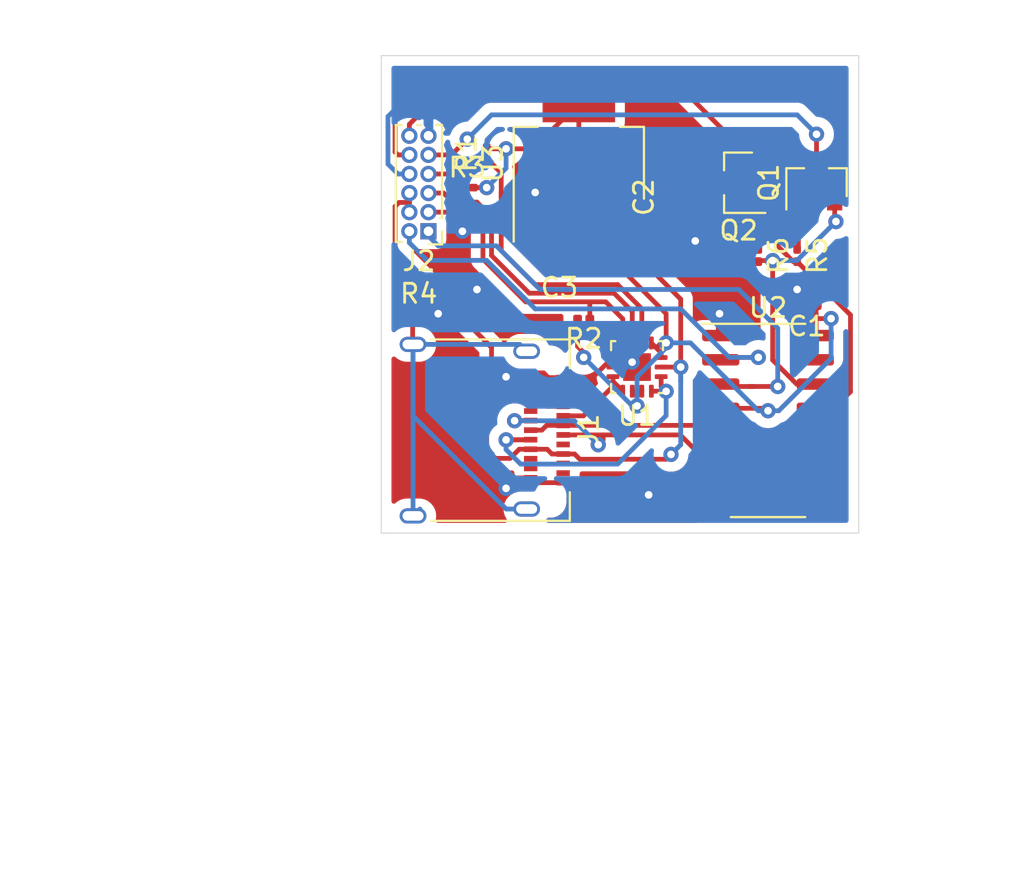
<source format=kicad_pcb>
(kicad_pcb (version 20171130) (host pcbnew "(5.1.6)-1")

  (general
    (thickness 1.6)
    (drawings 7)
    (tracks 292)
    (zones 0)
    (modules 16)
    (nets 37)
  )

  (page A4)
  (layers
    (0 F.Cu signal)
    (31 B.Cu signal)
    (32 B.Adhes user)
    (33 F.Adhes user)
    (34 B.Paste user)
    (35 F.Paste user)
    (36 B.SilkS user)
    (37 F.SilkS user)
    (38 B.Mask user)
    (39 F.Mask user)
    (40 Dwgs.User user)
    (41 Cmts.User user)
    (42 Eco1.User user)
    (43 Eco2.User user)
    (44 Edge.Cuts user)
    (45 Margin user)
    (46 B.CrtYd user)
    (47 F.CrtYd user)
    (48 B.Fab user)
    (49 F.Fab user)
  )

  (setup
    (last_trace_width 0.25)
    (trace_clearance 0.2)
    (zone_clearance 0.508)
    (zone_45_only no)
    (trace_min 0.2)
    (via_size 0.8)
    (via_drill 0.4)
    (via_min_size 0.4)
    (via_min_drill 0.3)
    (uvia_size 0.3)
    (uvia_drill 0.1)
    (uvias_allowed no)
    (uvia_min_size 0.2)
    (uvia_min_drill 0.1)
    (edge_width 0.05)
    (segment_width 0.2)
    (pcb_text_width 0.3)
    (pcb_text_size 1.5 1.5)
    (mod_edge_width 0.12)
    (mod_text_size 1 1)
    (mod_text_width 0.15)
    (pad_size 1.524 1.524)
    (pad_drill 0.762)
    (pad_to_mask_clearance 0.05)
    (aux_axis_origin 0 0)
    (visible_elements 7FFFFFFF)
    (pcbplotparams
      (layerselection 0x010fc_ffffffff)
      (usegerberextensions false)
      (usegerberattributes true)
      (usegerberadvancedattributes true)
      (creategerberjobfile true)
      (excludeedgelayer true)
      (linewidth 0.100000)
      (plotframeref false)
      (viasonmask false)
      (mode 1)
      (useauxorigin false)
      (hpglpennumber 1)
      (hpglpenspeed 20)
      (hpglpendiameter 15.000000)
      (psnegative false)
      (psa4output false)
      (plotreference true)
      (plotvalue true)
      (plotinvisibletext false)
      (padsonsilk false)
      (subtractmaskfromsilk false)
      (outputformat 1)
      (mirror false)
      (drillshape 1)
      (scaleselection 1)
      (outputdirectory ""))
  )

  (net 0 "")
  (net 1 "Net-(J1-PadB8)")
  (net 2 "Net-(J1-PadA8)")
  (net 3 "Net-(J1-PadS1)")
  (net 4 "Net-(U2-Pad15)")
  (net 5 "Net-(U2-Pad12)")
  (net 6 "Net-(U2-Pad11)")
  (net 7 "Net-(U2-Pad10)")
  (net 8 "Net-(U2-Pad9)")
  (net 9 "Net-(U2-Pad8)")
  (net 10 "Net-(U2-Pad7)")
  (net 11 GND)
  (net 12 +3V3)
  (net 13 /VBUS)
  (net 14 /CC1)
  (net 15 /CC2)
  (net 16 "Net-(J1-PadB11)")
  (net 17 "Net-(J1-PadB10)")
  (net 18 /USB_N)
  (net 19 /USB_P)
  (net 20 "Net-(J1-PadB3)")
  (net 21 "Net-(J1-PadB2)")
  (net 22 "Net-(J1-PadA11)")
  (net 23 "Net-(J1-PadA10)")
  (net 24 "Net-(J1-PadA3)")
  (net 25 "Net-(J1-PadA2)")
  (net 26 /IO0)
  (net 27 /EN)
  (net 28 /TX)
  (net 29 /RX)
  (net 30 /INT_N)
  (net 31 /SCL)
  (net 32 /SDA)
  (net 33 /RTS)
  (net 34 "Net-(Q1-Pad1)")
  (net 35 /DTR)
  (net 36 "Net-(Q2-Pad1)")

  (net_class Default "This is the default net class."
    (clearance 0.2)
    (trace_width 0.25)
    (via_dia 0.8)
    (via_drill 0.4)
    (uvia_dia 0.3)
    (uvia_drill 0.1)
    (add_net +3V3)
    (add_net /CC1)
    (add_net /CC2)
    (add_net /DTR)
    (add_net /EN)
    (add_net /INT_N)
    (add_net /IO0)
    (add_net /RTS)
    (add_net /RX)
    (add_net /SCL)
    (add_net /SDA)
    (add_net /TX)
    (add_net /USB_N)
    (add_net /USB_P)
    (add_net /VBUS)
    (add_net GND)
    (add_net "Net-(J1-PadA10)")
    (add_net "Net-(J1-PadA11)")
    (add_net "Net-(J1-PadA2)")
    (add_net "Net-(J1-PadA3)")
    (add_net "Net-(J1-PadA8)")
    (add_net "Net-(J1-PadB10)")
    (add_net "Net-(J1-PadB11)")
    (add_net "Net-(J1-PadB2)")
    (add_net "Net-(J1-PadB3)")
    (add_net "Net-(J1-PadB8)")
    (add_net "Net-(J1-PadS1)")
    (add_net "Net-(Q1-Pad1)")
    (add_net "Net-(Q2-Pad1)")
    (add_net "Net-(U2-Pad10)")
    (add_net "Net-(U2-Pad11)")
    (add_net "Net-(U2-Pad12)")
    (add_net "Net-(U2-Pad15)")
    (add_net "Net-(U2-Pad7)")
    (add_net "Net-(U2-Pad8)")
    (add_net "Net-(U2-Pad9)")
  )

  (module Connector_PinHeader_1.00mm:PinHeader_2x06_P1.00mm_Vertical (layer F.Cu) (tedit 59FED738) (tstamp 600BA3CF)
    (at 77.47 44.196 180)
    (descr "Through hole straight pin header, 2x06, 1.00mm pitch, double rows")
    (tags "Through hole pin header THT 2x06 1.00mm double row")
    (path /600C58D7)
    (fp_text reference J2 (at 0.5 -1.56) (layer F.SilkS)
      (effects (font (size 1 1) (thickness 0.15)))
    )
    (fp_text value Conn_02x06_Counter_Clockwise (at 0.5 6.56) (layer F.Fab)
      (effects (font (size 1 1) (thickness 0.15)))
    )
    (fp_line (start 2.15 -1) (end -1.15 -1) (layer F.CrtYd) (width 0.05))
    (fp_line (start 2.15 6) (end 2.15 -1) (layer F.CrtYd) (width 0.05))
    (fp_line (start -1.15 6) (end 2.15 6) (layer F.CrtYd) (width 0.05))
    (fp_line (start -1.15 -1) (end -1.15 6) (layer F.CrtYd) (width 0.05))
    (fp_line (start -0.71 -0.685) (end 0 -0.685) (layer F.SilkS) (width 0.12))
    (fp_line (start -0.71 0) (end -0.71 -0.685) (layer F.SilkS) (width 0.12))
    (fp_line (start 1.394493 -0.56) (end 1.71 -0.56) (layer F.SilkS) (width 0.12))
    (fp_line (start -0.71 0.685) (end -0.608276 0.685) (layer F.SilkS) (width 0.12))
    (fp_line (start 1.71 -0.56) (end 1.71 5.56) (layer F.SilkS) (width 0.12))
    (fp_line (start -0.71 0.685) (end -0.71 5.56) (layer F.SilkS) (width 0.12))
    (fp_line (start 0.394493 5.56) (end 0.605507 5.56) (layer F.SilkS) (width 0.12))
    (fp_line (start 1.394493 5.56) (end 1.71 5.56) (layer F.SilkS) (width 0.12))
    (fp_line (start -0.71 5.56) (end -0.394493 5.56) (layer F.SilkS) (width 0.12))
    (fp_line (start -0.65 0.075) (end -0.075 -0.5) (layer F.Fab) (width 0.1))
    (fp_line (start -0.65 5.5) (end -0.65 0.075) (layer F.Fab) (width 0.1))
    (fp_line (start 1.65 5.5) (end -0.65 5.5) (layer F.Fab) (width 0.1))
    (fp_line (start 1.65 -0.5) (end 1.65 5.5) (layer F.Fab) (width 0.1))
    (fp_line (start -0.075 -0.5) (end 1.65 -0.5) (layer F.Fab) (width 0.1))
    (fp_text user %R (at 0.5 2.5 90) (layer F.Fab)
      (effects (font (size 1 1) (thickness 0.15)))
    )
    (pad 12 thru_hole oval (at 1 5 180) (size 0.85 0.85) (drill 0.5) (layers *.Cu *.Mask)
      (net 12 +3V3))
    (pad 11 thru_hole oval (at 0 5 180) (size 0.85 0.85) (drill 0.5) (layers *.Cu *.Mask)
      (net 11 GND))
    (pad 10 thru_hole oval (at 1 4 180) (size 0.85 0.85) (drill 0.5) (layers *.Cu *.Mask)
      (net 26 /IO0))
    (pad 9 thru_hole oval (at 0 4 180) (size 0.85 0.85) (drill 0.5) (layers *.Cu *.Mask)
      (net 27 /EN))
    (pad 8 thru_hole oval (at 1 3 180) (size 0.85 0.85) (drill 0.5) (layers *.Cu *.Mask)
      (net 11 GND))
    (pad 7 thru_hole oval (at 0 3 180) (size 0.85 0.85) (drill 0.5) (layers *.Cu *.Mask)
      (net 30 /INT_N))
    (pad 6 thru_hole oval (at 1 2 180) (size 0.85 0.85) (drill 0.5) (layers *.Cu *.Mask)
      (net 13 /VBUS))
    (pad 5 thru_hole oval (at 0 2 180) (size 0.85 0.85) (drill 0.5) (layers *.Cu *.Mask)
      (net 31 /SCL))
    (pad 4 thru_hole oval (at 1 1 180) (size 0.85 0.85) (drill 0.5) (layers *.Cu *.Mask)
      (net 13 /VBUS))
    (pad 3 thru_hole oval (at 0 1 180) (size 0.85 0.85) (drill 0.5) (layers *.Cu *.Mask)
      (net 32 /SDA))
    (pad 2 thru_hole oval (at 1 0 180) (size 0.85 0.85) (drill 0.5) (layers *.Cu *.Mask)
      (net 28 /TX))
    (pad 1 thru_hole rect (at 0 0 180) (size 0.85 0.85) (drill 0.5) (layers *.Cu *.Mask)
      (net 29 /RX))
    (model ${KISYS3DMOD}/Connector_PinHeader_1.00mm.3dshapes/PinHeader_2x06_P1.00mm_Vertical.wrl
      (at (xyz 0 0 0))
      (scale (xyz 1 1 1))
      (rotate (xyz 0 0 0))
    )
  )

  (module Resistor_SMD:R_0201_0603Metric (layer F.Cu) (tedit 5B301BBD) (tstamp 600BBA50)
    (at 94.742 45.466 270)
    (descr "Resistor SMD 0201 (0603 Metric), square (rectangular) end terminal, IPC_7351 nominal, (Body size source: https://www.vishay.com/docs/20052/crcw0201e3.pdf), generated with kicad-footprint-generator")
    (tags resistor)
    (path /600F58FD)
    (attr smd)
    (fp_text reference R6 (at 0 -1.05 90) (layer F.SilkS)
      (effects (font (size 1 1) (thickness 0.15)))
    )
    (fp_text value 2K (at 0 1.05 90) (layer F.Fab)
      (effects (font (size 1 1) (thickness 0.15)))
    )
    (fp_line (start -0.3 0.15) (end -0.3 -0.15) (layer F.Fab) (width 0.1))
    (fp_line (start -0.3 -0.15) (end 0.3 -0.15) (layer F.Fab) (width 0.1))
    (fp_line (start 0.3 -0.15) (end 0.3 0.15) (layer F.Fab) (width 0.1))
    (fp_line (start 0.3 0.15) (end -0.3 0.15) (layer F.Fab) (width 0.1))
    (fp_line (start -0.7 0.35) (end -0.7 -0.35) (layer F.CrtYd) (width 0.05))
    (fp_line (start -0.7 -0.35) (end 0.7 -0.35) (layer F.CrtYd) (width 0.05))
    (fp_line (start 0.7 -0.35) (end 0.7 0.35) (layer F.CrtYd) (width 0.05))
    (fp_line (start 0.7 0.35) (end -0.7 0.35) (layer F.CrtYd) (width 0.05))
    (fp_text user %R (at 0 -0.68 90) (layer F.Fab)
      (effects (font (size 0.25 0.25) (thickness 0.04)))
    )
    (pad 2 smd roundrect (at 0.32 0 270) (size 0.46 0.4) (layers F.Cu F.Mask) (roundrect_rratio 0.25)
      (net 33 /RTS))
    (pad 1 smd roundrect (at -0.32 0 270) (size 0.46 0.4) (layers F.Cu F.Mask) (roundrect_rratio 0.25)
      (net 36 "Net-(Q2-Pad1)"))
    (pad "" smd roundrect (at 0.345 0 270) (size 0.318 0.36) (layers F.Paste) (roundrect_rratio 0.25))
    (pad "" smd roundrect (at -0.345 0 270) (size 0.318 0.36) (layers F.Paste) (roundrect_rratio 0.25))
    (model ${KISYS3DMOD}/Resistor_SMD.3dshapes/R_0201_0603Metric.wrl
      (at (xyz 0 0 0))
      (scale (xyz 1 1 1))
      (rotate (xyz 0 0 0))
    )
  )

  (module Resistor_SMD:R_0201_0603Metric (layer F.Cu) (tedit 5B301BBD) (tstamp 600BBA3F)
    (at 96.774 45.466 270)
    (descr "Resistor SMD 0201 (0603 Metric), square (rectangular) end terminal, IPC_7351 nominal, (Body size source: https://www.vishay.com/docs/20052/crcw0201e3.pdf), generated with kicad-footprint-generator")
    (tags resistor)
    (path /600F3A1C)
    (attr smd)
    (fp_text reference R5 (at 0 -1.05 90) (layer F.SilkS)
      (effects (font (size 1 1) (thickness 0.15)))
    )
    (fp_text value 2K (at 0 1.05 90) (layer F.Fab)
      (effects (font (size 1 1) (thickness 0.15)))
    )
    (fp_line (start -0.3 0.15) (end -0.3 -0.15) (layer F.Fab) (width 0.1))
    (fp_line (start -0.3 -0.15) (end 0.3 -0.15) (layer F.Fab) (width 0.1))
    (fp_line (start 0.3 -0.15) (end 0.3 0.15) (layer F.Fab) (width 0.1))
    (fp_line (start 0.3 0.15) (end -0.3 0.15) (layer F.Fab) (width 0.1))
    (fp_line (start -0.7 0.35) (end -0.7 -0.35) (layer F.CrtYd) (width 0.05))
    (fp_line (start -0.7 -0.35) (end 0.7 -0.35) (layer F.CrtYd) (width 0.05))
    (fp_line (start 0.7 -0.35) (end 0.7 0.35) (layer F.CrtYd) (width 0.05))
    (fp_line (start 0.7 0.35) (end -0.7 0.35) (layer F.CrtYd) (width 0.05))
    (fp_text user %R (at 0 -0.68 90) (layer F.Fab)
      (effects (font (size 0.25 0.25) (thickness 0.04)))
    )
    (pad 2 smd roundrect (at 0.32 0 270) (size 0.46 0.4) (layers F.Cu F.Mask) (roundrect_rratio 0.25)
      (net 35 /DTR))
    (pad 1 smd roundrect (at -0.32 0 270) (size 0.46 0.4) (layers F.Cu F.Mask) (roundrect_rratio 0.25)
      (net 34 "Net-(Q1-Pad1)"))
    (pad "" smd roundrect (at 0.345 0 270) (size 0.318 0.36) (layers F.Paste) (roundrect_rratio 0.25))
    (pad "" smd roundrect (at -0.345 0 270) (size 0.318 0.36) (layers F.Paste) (roundrect_rratio 0.25))
    (model ${KISYS3DMOD}/Resistor_SMD.3dshapes/R_0201_0603Metric.wrl
      (at (xyz 0 0 0))
      (scale (xyz 1 1 1))
      (rotate (xyz 0 0 0))
    )
  )

  (module Resistor_SMD:R_0201_0603Metric (layer F.Cu) (tedit 5B301BBD) (tstamp 600BBA2E)
    (at 76.962 48.514)
    (descr "Resistor SMD 0201 (0603 Metric), square (rectangular) end terminal, IPC_7351 nominal, (Body size source: https://www.vishay.com/docs/20052/crcw0201e3.pdf), generated with kicad-footprint-generator")
    (tags resistor)
    (path /600FED9E)
    (attr smd)
    (fp_text reference R4 (at 0 -1.05) (layer F.SilkS)
      (effects (font (size 1 1) (thickness 0.15)))
    )
    (fp_text value 2M (at 0 1.05) (layer F.Fab)
      (effects (font (size 1 1) (thickness 0.15)))
    )
    (fp_line (start -0.3 0.15) (end -0.3 -0.15) (layer F.Fab) (width 0.1))
    (fp_line (start -0.3 -0.15) (end 0.3 -0.15) (layer F.Fab) (width 0.1))
    (fp_line (start 0.3 -0.15) (end 0.3 0.15) (layer F.Fab) (width 0.1))
    (fp_line (start 0.3 0.15) (end -0.3 0.15) (layer F.Fab) (width 0.1))
    (fp_line (start -0.7 0.35) (end -0.7 -0.35) (layer F.CrtYd) (width 0.05))
    (fp_line (start -0.7 -0.35) (end 0.7 -0.35) (layer F.CrtYd) (width 0.05))
    (fp_line (start 0.7 -0.35) (end 0.7 0.35) (layer F.CrtYd) (width 0.05))
    (fp_line (start 0.7 0.35) (end -0.7 0.35) (layer F.CrtYd) (width 0.05))
    (fp_text user %R (at 0 -0.68) (layer F.Fab)
      (effects (font (size 0.25 0.25) (thickness 0.04)))
    )
    (pad 2 smd roundrect (at 0.32 0) (size 0.46 0.4) (layers F.Cu F.Mask) (roundrect_rratio 0.25)
      (net 11 GND))
    (pad 1 smd roundrect (at -0.32 0) (size 0.46 0.4) (layers F.Cu F.Mask) (roundrect_rratio 0.25)
      (net 3 "Net-(J1-PadS1)"))
    (pad "" smd roundrect (at 0.345 0) (size 0.318 0.36) (layers F.Paste) (roundrect_rratio 0.25))
    (pad "" smd roundrect (at -0.345 0) (size 0.318 0.36) (layers F.Paste) (roundrect_rratio 0.25))
    (model ${KISYS3DMOD}/Resistor_SMD.3dshapes/R_0201_0603Metric.wrl
      (at (xyz 0 0 0))
      (scale (xyz 1 1 1))
      (rotate (xyz 0 0 0))
    )
  )

  (module Resistor_SMD:R_0201_0603Metric (layer F.Cu) (tedit 5B301BBD) (tstamp 600BBA1D)
    (at 79.502 41.91)
    (descr "Resistor SMD 0201 (0603 Metric), square (rectangular) end terminal, IPC_7351 nominal, (Body size source: https://www.vishay.com/docs/20052/crcw0201e3.pdf), generated with kicad-footprint-generator")
    (tags resistor)
    (path /601058E0)
    (attr smd)
    (fp_text reference R3 (at 0 -1.05) (layer F.SilkS)
      (effects (font (size 1 1) (thickness 0.15)))
    )
    (fp_text value 2K (at 0 1.05) (layer F.Fab)
      (effects (font (size 1 1) (thickness 0.15)))
    )
    (fp_line (start -0.3 0.15) (end -0.3 -0.15) (layer F.Fab) (width 0.1))
    (fp_line (start -0.3 -0.15) (end 0.3 -0.15) (layer F.Fab) (width 0.1))
    (fp_line (start 0.3 -0.15) (end 0.3 0.15) (layer F.Fab) (width 0.1))
    (fp_line (start 0.3 0.15) (end -0.3 0.15) (layer F.Fab) (width 0.1))
    (fp_line (start -0.7 0.35) (end -0.7 -0.35) (layer F.CrtYd) (width 0.05))
    (fp_line (start -0.7 -0.35) (end 0.7 -0.35) (layer F.CrtYd) (width 0.05))
    (fp_line (start 0.7 -0.35) (end 0.7 0.35) (layer F.CrtYd) (width 0.05))
    (fp_line (start 0.7 0.35) (end -0.7 0.35) (layer F.CrtYd) (width 0.05))
    (fp_text user %R (at 0 -0.68) (layer F.Fab)
      (effects (font (size 0.25 0.25) (thickness 0.04)))
    )
    (pad 2 smd roundrect (at 0.32 0) (size 0.46 0.4) (layers F.Cu F.Mask) (roundrect_rratio 0.25)
      (net 12 +3V3))
    (pad 1 smd roundrect (at -0.32 0) (size 0.46 0.4) (layers F.Cu F.Mask) (roundrect_rratio 0.25)
      (net 31 /SCL))
    (pad "" smd roundrect (at 0.345 0) (size 0.318 0.36) (layers F.Paste) (roundrect_rratio 0.25))
    (pad "" smd roundrect (at -0.345 0) (size 0.318 0.36) (layers F.Paste) (roundrect_rratio 0.25))
    (model ${KISYS3DMOD}/Resistor_SMD.3dshapes/R_0201_0603Metric.wrl
      (at (xyz 0 0 0))
      (scale (xyz 1 1 1))
      (rotate (xyz 0 0 0))
    )
  )

  (module Resistor_SMD:R_0201_0603Metric (layer F.Cu) (tedit 5B301BBD) (tstamp 600BBA0C)
    (at 85.598 48.768 180)
    (descr "Resistor SMD 0201 (0603 Metric), square (rectangular) end terminal, IPC_7351 nominal, (Body size source: https://www.vishay.com/docs/20052/crcw0201e3.pdf), generated with kicad-footprint-generator")
    (tags resistor)
    (path /601054AC)
    (attr smd)
    (fp_text reference R2 (at 0 -1.05) (layer F.SilkS)
      (effects (font (size 1 1) (thickness 0.15)))
    )
    (fp_text value 2K (at 0 1.05) (layer F.Fab)
      (effects (font (size 1 1) (thickness 0.15)))
    )
    (fp_line (start -0.3 0.15) (end -0.3 -0.15) (layer F.Fab) (width 0.1))
    (fp_line (start -0.3 -0.15) (end 0.3 -0.15) (layer F.Fab) (width 0.1))
    (fp_line (start 0.3 -0.15) (end 0.3 0.15) (layer F.Fab) (width 0.1))
    (fp_line (start 0.3 0.15) (end -0.3 0.15) (layer F.Fab) (width 0.1))
    (fp_line (start -0.7 0.35) (end -0.7 -0.35) (layer F.CrtYd) (width 0.05))
    (fp_line (start -0.7 -0.35) (end 0.7 -0.35) (layer F.CrtYd) (width 0.05))
    (fp_line (start 0.7 -0.35) (end 0.7 0.35) (layer F.CrtYd) (width 0.05))
    (fp_line (start 0.7 0.35) (end -0.7 0.35) (layer F.CrtYd) (width 0.05))
    (fp_text user %R (at 0 -0.68) (layer F.Fab)
      (effects (font (size 0.25 0.25) (thickness 0.04)))
    )
    (pad 2 smd roundrect (at 0.32 0 180) (size 0.46 0.4) (layers F.Cu F.Mask) (roundrect_rratio 0.25)
      (net 12 +3V3))
    (pad 1 smd roundrect (at -0.32 0 180) (size 0.46 0.4) (layers F.Cu F.Mask) (roundrect_rratio 0.25)
      (net 32 /SDA))
    (pad "" smd roundrect (at 0.345 0 180) (size 0.318 0.36) (layers F.Paste) (roundrect_rratio 0.25))
    (pad "" smd roundrect (at -0.345 0 180) (size 0.318 0.36) (layers F.Paste) (roundrect_rratio 0.25))
    (model ${KISYS3DMOD}/Resistor_SMD.3dshapes/R_0201_0603Metric.wrl
      (at (xyz 0 0 0))
      (scale (xyz 1 1 1))
      (rotate (xyz 0 0 0))
    )
  )

  (module Resistor_SMD:R_0201_0603Metric (layer F.Cu) (tedit 5B301BBD) (tstamp 600BB9FB)
    (at 80.518 40.132 90)
    (descr "Resistor SMD 0201 (0603 Metric), square (rectangular) end terminal, IPC_7351 nominal, (Body size source: https://www.vishay.com/docs/20052/crcw0201e3.pdf), generated with kicad-footprint-generator")
    (tags resistor)
    (path /6012C000)
    (attr smd)
    (fp_text reference R1 (at 0 -1.05 90) (layer F.SilkS)
      (effects (font (size 1 1) (thickness 0.15)))
    )
    (fp_text value 2K (at 0 1.05 90) (layer F.Fab)
      (effects (font (size 1 1) (thickness 0.15)))
    )
    (fp_line (start -0.3 0.15) (end -0.3 -0.15) (layer F.Fab) (width 0.1))
    (fp_line (start -0.3 -0.15) (end 0.3 -0.15) (layer F.Fab) (width 0.1))
    (fp_line (start 0.3 -0.15) (end 0.3 0.15) (layer F.Fab) (width 0.1))
    (fp_line (start 0.3 0.15) (end -0.3 0.15) (layer F.Fab) (width 0.1))
    (fp_line (start -0.7 0.35) (end -0.7 -0.35) (layer F.CrtYd) (width 0.05))
    (fp_line (start -0.7 -0.35) (end 0.7 -0.35) (layer F.CrtYd) (width 0.05))
    (fp_line (start 0.7 -0.35) (end 0.7 0.35) (layer F.CrtYd) (width 0.05))
    (fp_line (start 0.7 0.35) (end -0.7 0.35) (layer F.CrtYd) (width 0.05))
    (fp_text user %R (at 0 -0.68 90) (layer F.Fab)
      (effects (font (size 0.25 0.25) (thickness 0.04)))
    )
    (pad 2 smd roundrect (at 0.32 0 90) (size 0.46 0.4) (layers F.Cu F.Mask) (roundrect_rratio 0.25)
      (net 12 +3V3))
    (pad 1 smd roundrect (at -0.32 0 90) (size 0.46 0.4) (layers F.Cu F.Mask) (roundrect_rratio 0.25)
      (net 30 /INT_N))
    (pad "" smd roundrect (at 0.345 0 90) (size 0.318 0.36) (layers F.Paste) (roundrect_rratio 0.25))
    (pad "" smd roundrect (at -0.345 0 90) (size 0.318 0.36) (layers F.Paste) (roundrect_rratio 0.25))
    (model ${KISYS3DMOD}/Resistor_SMD.3dshapes/R_0201_0603Metric.wrl
      (at (xyz 0 0 0))
      (scale (xyz 1 1 1))
      (rotate (xyz 0 0 0))
    )
  )

  (module Package_TO_SOT_SMD:SOT-23 (layer F.Cu) (tedit 5A02FF57) (tstamp 600BB9EA)
    (at 93.71 41.656 180)
    (descr "SOT-23, Standard")
    (tags SOT-23)
    (path /600DD63C)
    (attr smd)
    (fp_text reference Q2 (at 0 -2.5) (layer F.SilkS)
      (effects (font (size 1 1) (thickness 0.15)))
    )
    (fp_text value BC847 (at 0 2.5) (layer F.Fab)
      (effects (font (size 1 1) (thickness 0.15)))
    )
    (fp_line (start -0.7 -0.95) (end -0.7 1.5) (layer F.Fab) (width 0.1))
    (fp_line (start -0.15 -1.52) (end 0.7 -1.52) (layer F.Fab) (width 0.1))
    (fp_line (start -0.7 -0.95) (end -0.15 -1.52) (layer F.Fab) (width 0.1))
    (fp_line (start 0.7 -1.52) (end 0.7 1.52) (layer F.Fab) (width 0.1))
    (fp_line (start -0.7 1.52) (end 0.7 1.52) (layer F.Fab) (width 0.1))
    (fp_line (start 0.76 1.58) (end 0.76 0.65) (layer F.SilkS) (width 0.12))
    (fp_line (start 0.76 -1.58) (end 0.76 -0.65) (layer F.SilkS) (width 0.12))
    (fp_line (start -1.7 -1.75) (end 1.7 -1.75) (layer F.CrtYd) (width 0.05))
    (fp_line (start 1.7 -1.75) (end 1.7 1.75) (layer F.CrtYd) (width 0.05))
    (fp_line (start 1.7 1.75) (end -1.7 1.75) (layer F.CrtYd) (width 0.05))
    (fp_line (start -1.7 1.75) (end -1.7 -1.75) (layer F.CrtYd) (width 0.05))
    (fp_line (start 0.76 -1.58) (end -1.4 -1.58) (layer F.SilkS) (width 0.12))
    (fp_line (start 0.76 1.58) (end -0.7 1.58) (layer F.SilkS) (width 0.12))
    (fp_text user %R (at 0 0 90) (layer F.Fab)
      (effects (font (size 0.5 0.5) (thickness 0.075)))
    )
    (pad 3 smd rect (at 1 0 180) (size 0.9 0.8) (layers F.Cu F.Paste F.Mask)
      (net 35 /DTR))
    (pad 2 smd rect (at -1 0.95 180) (size 0.9 0.8) (layers F.Cu F.Paste F.Mask)
      (net 26 /IO0))
    (pad 1 smd rect (at -1 -0.95 180) (size 0.9 0.8) (layers F.Cu F.Paste F.Mask)
      (net 36 "Net-(Q2-Pad1)"))
    (model ${KISYS3DMOD}/Package_TO_SOT_SMD.3dshapes/SOT-23.wrl
      (at (xyz 0 0 0))
      (scale (xyz 1 1 1))
      (rotate (xyz 0 0 0))
    )
  )

  (module Package_TO_SOT_SMD:SOT-23 (layer F.Cu) (tedit 5A02FF57) (tstamp 600BB9D5)
    (at 97.79 41.656 90)
    (descr "SOT-23, Standard")
    (tags SOT-23)
    (path /600D9380)
    (attr smd)
    (fp_text reference Q1 (at 0 -2.5 90) (layer F.SilkS)
      (effects (font (size 1 1) (thickness 0.15)))
    )
    (fp_text value BC847 (at 0 2.5 90) (layer F.Fab)
      (effects (font (size 1 1) (thickness 0.15)))
    )
    (fp_line (start -0.7 -0.95) (end -0.7 1.5) (layer F.Fab) (width 0.1))
    (fp_line (start -0.15 -1.52) (end 0.7 -1.52) (layer F.Fab) (width 0.1))
    (fp_line (start -0.7 -0.95) (end -0.15 -1.52) (layer F.Fab) (width 0.1))
    (fp_line (start 0.7 -1.52) (end 0.7 1.52) (layer F.Fab) (width 0.1))
    (fp_line (start -0.7 1.52) (end 0.7 1.52) (layer F.Fab) (width 0.1))
    (fp_line (start 0.76 1.58) (end 0.76 0.65) (layer F.SilkS) (width 0.12))
    (fp_line (start 0.76 -1.58) (end 0.76 -0.65) (layer F.SilkS) (width 0.12))
    (fp_line (start -1.7 -1.75) (end 1.7 -1.75) (layer F.CrtYd) (width 0.05))
    (fp_line (start 1.7 -1.75) (end 1.7 1.75) (layer F.CrtYd) (width 0.05))
    (fp_line (start 1.7 1.75) (end -1.7 1.75) (layer F.CrtYd) (width 0.05))
    (fp_line (start -1.7 1.75) (end -1.7 -1.75) (layer F.CrtYd) (width 0.05))
    (fp_line (start 0.76 -1.58) (end -1.4 -1.58) (layer F.SilkS) (width 0.12))
    (fp_line (start 0.76 1.58) (end -0.7 1.58) (layer F.SilkS) (width 0.12))
    (fp_text user %R (at 0 0) (layer F.Fab)
      (effects (font (size 0.5 0.5) (thickness 0.075)))
    )
    (pad 3 smd rect (at 1 0 90) (size 0.9 0.8) (layers F.Cu F.Paste F.Mask)
      (net 27 /EN))
    (pad 2 smd rect (at -1 0.95 90) (size 0.9 0.8) (layers F.Cu F.Paste F.Mask)
      (net 33 /RTS))
    (pad 1 smd rect (at -1 -0.95 90) (size 0.9 0.8) (layers F.Cu F.Paste F.Mask)
      (net 34 "Net-(Q1-Pad1)"))
    (model ${KISYS3DMOD}/Package_TO_SOT_SMD.3dshapes/SOT-23.wrl
      (at (xyz 0 0 0))
      (scale (xyz 1 1 1))
      (rotate (xyz 0 0 0))
    )
  )

  (module Connector_USB:USB_C_Receptacle_Amphenol_12401610E4-2A (layer F.Cu) (tedit 5A142044) (tstamp 600BB97E)
    (at 79.502 54.61 270)
    (descr "USB TYPE C, RA RCPT PCB, SMT, https://www.amphenolcanada.com/StockAvailabilityPrice.aspx?From=&PartNum=12401610E4%7e2A")
    (tags "USB C Type-C Receptacle SMD")
    (path /60117BC8)
    (attr smd)
    (fp_text reference J1 (at 0 -6.36 90) (layer F.SilkS)
      (effects (font (size 1 1) (thickness 0.15)))
    )
    (fp_text value USB_C_Receptacle (at 0 6.14 90) (layer F.Fab)
      (effects (font (size 1 1) (thickness 0.15)))
    )
    (fp_line (start -5.39 5.73) (end -5.39 -5.87) (layer F.CrtYd) (width 0.05))
    (fp_line (start 5.39 5.73) (end -5.39 5.73) (layer F.CrtYd) (width 0.05))
    (fp_line (start 5.39 -5.87) (end 5.39 5.73) (layer F.CrtYd) (width 0.05))
    (fp_line (start -5.39 -5.87) (end 5.39 -5.87) (layer F.CrtYd) (width 0.05))
    (fp_line (start 4.6 5.23) (end 4.6 -5.22) (layer F.Fab) (width 0.1))
    (fp_line (start -4.6 5.23) (end 4.6 5.23) (layer F.Fab) (width 0.1))
    (fp_line (start 3.25 -5.37) (end 4.75 -5.37) (layer F.SilkS) (width 0.12))
    (fp_line (start 4.75 -5.37) (end 4.75 1.89) (layer F.SilkS) (width 0.12))
    (fp_line (start -4.75 -5.37) (end -4.75 1.89) (layer F.SilkS) (width 0.12))
    (fp_line (start -4.75 -5.37) (end -3.25 -5.37) (layer F.SilkS) (width 0.12))
    (fp_line (start -4.6 -5.22) (end 4.6 -5.22) (layer F.Fab) (width 0.1))
    (fp_line (start -4.6 5.23) (end -4.6 -5.22) (layer F.Fab) (width 0.1))
    (fp_text user %R (at 0 0 90) (layer F.Fab)
      (effects (font (size 1 1) (thickness 0.1)))
    )
    (pad B12 smd rect (at -3 -3.32 270) (size 0.3 0.7) (layers F.Cu F.Paste F.Mask)
      (net 11 GND))
    (pad B11 smd rect (at -2.5 -3.32 270) (size 0.3 0.7) (layers F.Cu F.Paste F.Mask)
      (net 16 "Net-(J1-PadB11)"))
    (pad B10 smd rect (at -2 -3.32 270) (size 0.3 0.7) (layers F.Cu F.Paste F.Mask)
      (net 17 "Net-(J1-PadB10)"))
    (pad B9 smd rect (at -1.5 -3.32 270) (size 0.3 0.7) (layers F.Cu F.Paste F.Mask)
      (net 13 /VBUS))
    (pad B8 smd rect (at -1 -3.32 270) (size 0.3 0.7) (layers F.Cu F.Paste F.Mask)
      (net 1 "Net-(J1-PadB8)"))
    (pad B7 smd rect (at -0.5 -3.32 270) (size 0.3 0.7) (layers F.Cu F.Paste F.Mask)
      (net 18 /USB_N))
    (pad B6 smd rect (at 0 -3.32 270) (size 0.3 0.7) (layers F.Cu F.Paste F.Mask)
      (net 19 /USB_P))
    (pad B5 smd rect (at 0.5 -3.32 270) (size 0.3 0.7) (layers F.Cu F.Paste F.Mask)
      (net 15 /CC2))
    (pad B4 smd rect (at 1 -3.32 270) (size 0.3 0.7) (layers F.Cu F.Paste F.Mask)
      (net 13 /VBUS))
    (pad B3 smd rect (at 1.5 -3.32 270) (size 0.3 0.7) (layers F.Cu F.Paste F.Mask)
      (net 20 "Net-(J1-PadB3)"))
    (pad B2 smd rect (at 2 -3.32 270) (size 0.3 0.7) (layers F.Cu F.Paste F.Mask)
      (net 21 "Net-(J1-PadB2)"))
    (pad "" np_thru_hole circle (at -3.6 -4.36 270) (size 0.65 0.65) (drill 0.65) (layers *.Cu *.Mask))
    (pad "" np_thru_hole oval (at 3.6 -4.36 270) (size 0.95 0.65) (drill oval 0.95 0.65) (layers *.Cu *.Mask))
    (pad S1 thru_hole oval (at -4.49 2.84 270) (size 0.8 1.4) (drill oval 0.5 1.1) (layers *.Cu *.Mask)
      (net 3 "Net-(J1-PadS1)"))
    (pad S1 thru_hole oval (at 4.49 2.84 270) (size 0.8 1.4) (drill oval 0.5 1.1) (layers *.Cu *.Mask)
      (net 3 "Net-(J1-PadS1)"))
    (pad S1 thru_hole oval (at 4.13 -3.11 270) (size 0.8 1.4) (drill oval 0.5 1.1) (layers *.Cu *.Mask)
      (net 3 "Net-(J1-PadS1)"))
    (pad B1 smd rect (at 2.5 -3.32 270) (size 0.3 0.7) (layers F.Cu F.Paste F.Mask)
      (net 11 GND))
    (pad A11 smd rect (at 2.25 -5.02 270) (size 0.3 0.7) (layers F.Cu F.Paste F.Mask)
      (net 22 "Net-(J1-PadA11)"))
    (pad A8 smd rect (at 0.75 -5.02 270) (size 0.3 0.7) (layers F.Cu F.Paste F.Mask)
      (net 2 "Net-(J1-PadA8)"))
    (pad A9 smd rect (at 1.25 -5.02 270) (size 0.3 0.7) (layers F.Cu F.Paste F.Mask)
      (net 13 /VBUS))
    (pad A10 smd rect (at 1.75 -5.02 270) (size 0.3 0.7) (layers F.Cu F.Paste F.Mask)
      (net 23 "Net-(J1-PadA10)"))
    (pad A12 smd rect (at 2.75 -5.02 270) (size 0.3 0.7) (layers F.Cu F.Paste F.Mask)
      (net 11 GND))
    (pad A7 smd rect (at 0.25 -5.02 270) (size 0.3 0.7) (layers F.Cu F.Paste F.Mask)
      (net 18 /USB_N))
    (pad A6 smd rect (at -0.25 -5.02 270) (size 0.3 0.7) (layers F.Cu F.Paste F.Mask)
      (net 19 /USB_P))
    (pad A5 smd rect (at -0.75 -5.02 270) (size 0.3 0.7) (layers F.Cu F.Paste F.Mask)
      (net 14 /CC1))
    (pad A4 smd rect (at -1.25 -5.02 270) (size 0.3 0.7) (layers F.Cu F.Paste F.Mask)
      (net 13 /VBUS))
    (pad A3 smd rect (at -1.75 -5.02 270) (size 0.3 0.7) (layers F.Cu F.Paste F.Mask)
      (net 24 "Net-(J1-PadA3)"))
    (pad A2 smd rect (at -2.25 -5.02 270) (size 0.3 0.7) (layers F.Cu F.Paste F.Mask)
      (net 25 "Net-(J1-PadA2)"))
    (pad A1 smd rect (at -2.75 -5.02 270) (size 0.3 0.7) (layers F.Cu F.Paste F.Mask)
      (net 11 GND))
    (pad S1 thru_hole oval (at -4.13 -3.11 270) (size 0.8 1.4) (drill oval 0.5 1.1) (layers *.Cu *.Mask)
      (net 3 "Net-(J1-PadS1)"))
    (model ${KISYS3DMOD}/Connector_USB.3dshapes/USB_C_Receptacle_Amphenol_12401610E4-2A.wrl
      (at (xyz 0 0 0))
      (scale (xyz 1 1 1))
      (rotate (xyz 0 0 0))
    )
  )

  (module Capacitor_SMD:C_0402_1005Metric (layer F.Cu) (tedit 5B301BBE) (tstamp 600BB91D)
    (at 84.328 45.974 180)
    (descr "Capacitor SMD 0402 (1005 Metric), square (rectangular) end terminal, IPC_7351 nominal, (Body size source: http://www.tortai-tech.com/upload/download/2011102023233369053.pdf), generated with kicad-footprint-generator")
    (tags capacitor)
    (path /600EEA5A)
    (attr smd)
    (fp_text reference C3 (at 0 -1.17) (layer F.SilkS)
      (effects (font (size 1 1) (thickness 0.15)))
    )
    (fp_text value 10uF (at 0 1.17) (layer F.Fab)
      (effects (font (size 1 1) (thickness 0.15)))
    )
    (fp_line (start -0.5 0.25) (end -0.5 -0.25) (layer F.Fab) (width 0.1))
    (fp_line (start -0.5 -0.25) (end 0.5 -0.25) (layer F.Fab) (width 0.1))
    (fp_line (start 0.5 -0.25) (end 0.5 0.25) (layer F.Fab) (width 0.1))
    (fp_line (start 0.5 0.25) (end -0.5 0.25) (layer F.Fab) (width 0.1))
    (fp_line (start -0.93 0.47) (end -0.93 -0.47) (layer F.CrtYd) (width 0.05))
    (fp_line (start -0.93 -0.47) (end 0.93 -0.47) (layer F.CrtYd) (width 0.05))
    (fp_line (start 0.93 -0.47) (end 0.93 0.47) (layer F.CrtYd) (width 0.05))
    (fp_line (start 0.93 0.47) (end -0.93 0.47) (layer F.CrtYd) (width 0.05))
    (fp_text user %R (at 0 0) (layer F.Fab)
      (effects (font (size 0.25 0.25) (thickness 0.04)))
    )
    (pad 2 smd roundrect (at 0.485 0 180) (size 0.59 0.64) (layers F.Cu F.Paste F.Mask) (roundrect_rratio 0.25)
      (net 11 GND))
    (pad 1 smd roundrect (at -0.485 0 180) (size 0.59 0.64) (layers F.Cu F.Paste F.Mask) (roundrect_rratio 0.25)
      (net 12 +3V3))
    (model ${KISYS3DMOD}/Capacitor_SMD.3dshapes/C_0402_1005Metric.wrl
      (at (xyz 0 0 0))
      (scale (xyz 1 1 1))
      (rotate (xyz 0 0 0))
    )
  )

  (module Capacitor_SMD:C_0402_1005Metric (layer F.Cu) (tedit 5B301BBE) (tstamp 600BB90E)
    (at 89.916 42.418 90)
    (descr "Capacitor SMD 0402 (1005 Metric), square (rectangular) end terminal, IPC_7351 nominal, (Body size source: http://www.tortai-tech.com/upload/download/2011102023233369053.pdf), generated with kicad-footprint-generator")
    (tags capacitor)
    (path /600EFD43)
    (attr smd)
    (fp_text reference C2 (at 0 -1.17 90) (layer F.SilkS)
      (effects (font (size 1 1) (thickness 0.15)))
    )
    (fp_text value 10uF (at 0 1.17 90) (layer F.Fab)
      (effects (font (size 1 1) (thickness 0.15)))
    )
    (fp_line (start -0.5 0.25) (end -0.5 -0.25) (layer F.Fab) (width 0.1))
    (fp_line (start -0.5 -0.25) (end 0.5 -0.25) (layer F.Fab) (width 0.1))
    (fp_line (start 0.5 -0.25) (end 0.5 0.25) (layer F.Fab) (width 0.1))
    (fp_line (start 0.5 0.25) (end -0.5 0.25) (layer F.Fab) (width 0.1))
    (fp_line (start -0.93 0.47) (end -0.93 -0.47) (layer F.CrtYd) (width 0.05))
    (fp_line (start -0.93 -0.47) (end 0.93 -0.47) (layer F.CrtYd) (width 0.05))
    (fp_line (start 0.93 -0.47) (end 0.93 0.47) (layer F.CrtYd) (width 0.05))
    (fp_line (start 0.93 0.47) (end -0.93 0.47) (layer F.CrtYd) (width 0.05))
    (fp_text user %R (at 0 0 90) (layer F.Fab)
      (effects (font (size 0.25 0.25) (thickness 0.04)))
    )
    (pad 2 smd roundrect (at 0.485 0 90) (size 0.59 0.64) (layers F.Cu F.Paste F.Mask) (roundrect_rratio 0.25)
      (net 11 GND))
    (pad 1 smd roundrect (at -0.485 0 90) (size 0.59 0.64) (layers F.Cu F.Paste F.Mask) (roundrect_rratio 0.25)
      (net 13 /VBUS))
    (model ${KISYS3DMOD}/Capacitor_SMD.3dshapes/C_0402_1005Metric.wrl
      (at (xyz 0 0 0))
      (scale (xyz 1 1 1))
      (rotate (xyz 0 0 0))
    )
  )

  (module Capacitor_SMD:C_0402_1005Metric (layer F.Cu) (tedit 5B301BBE) (tstamp 600BB8FF)
    (at 97.282 48.006 180)
    (descr "Capacitor SMD 0402 (1005 Metric), square (rectangular) end terminal, IPC_7351 nominal, (Body size source: http://www.tortai-tech.com/upload/download/2011102023233369053.pdf), generated with kicad-footprint-generator")
    (tags capacitor)
    (path /600D335B)
    (attr smd)
    (fp_text reference C1 (at 0 -1.17) (layer F.SilkS)
      (effects (font (size 1 1) (thickness 0.15)))
    )
    (fp_text value 0.1uF (at 0 1.17) (layer F.Fab)
      (effects (font (size 1 1) (thickness 0.15)))
    )
    (fp_line (start -0.5 0.25) (end -0.5 -0.25) (layer F.Fab) (width 0.1))
    (fp_line (start -0.5 -0.25) (end 0.5 -0.25) (layer F.Fab) (width 0.1))
    (fp_line (start 0.5 -0.25) (end 0.5 0.25) (layer F.Fab) (width 0.1))
    (fp_line (start 0.5 0.25) (end -0.5 0.25) (layer F.Fab) (width 0.1))
    (fp_line (start -0.93 0.47) (end -0.93 -0.47) (layer F.CrtYd) (width 0.05))
    (fp_line (start -0.93 -0.47) (end 0.93 -0.47) (layer F.CrtYd) (width 0.05))
    (fp_line (start 0.93 -0.47) (end 0.93 0.47) (layer F.CrtYd) (width 0.05))
    (fp_line (start 0.93 0.47) (end -0.93 0.47) (layer F.CrtYd) (width 0.05))
    (fp_text user %R (at 0 0) (layer F.Fab)
      (effects (font (size 0.25 0.25) (thickness 0.04)))
    )
    (pad 2 smd roundrect (at 0.485 0 180) (size 0.59 0.64) (layers F.Cu F.Paste F.Mask) (roundrect_rratio 0.25)
      (net 11 GND))
    (pad 1 smd roundrect (at -0.485 0 180) (size 0.59 0.64) (layers F.Cu F.Paste F.Mask) (roundrect_rratio 0.25)
      (net 12 +3V3))
    (model ${KISYS3DMOD}/Capacitor_SMD.3dshapes/C_0402_1005Metric.wrl
      (at (xyz 0 0 0))
      (scale (xyz 1 1 1))
      (rotate (xyz 0 0 0))
    )
  )

  (module Package_TO_SOT_SMD:SOT-223-3_TabPin2 (layer F.Cu) (tedit 5A02FF57) (tstamp 600B9C63)
    (at 85.344 40.64 90)
    (descr "module CMS SOT223 4 pins")
    (tags "CMS SOT")
    (path /600BFC21)
    (attr smd)
    (fp_text reference U3 (at 0 -4.5 90) (layer F.SilkS)
      (effects (font (size 1 1) (thickness 0.15)))
    )
    (fp_text value NCP1117-3.3_SOT223 (at 0 4.5 90) (layer F.Fab)
      (effects (font (size 1 1) (thickness 0.15)))
    )
    (fp_line (start 1.85 -3.35) (end 1.85 3.35) (layer F.Fab) (width 0.1))
    (fp_line (start -1.85 3.35) (end 1.85 3.35) (layer F.Fab) (width 0.1))
    (fp_line (start -4.1 -3.41) (end 1.91 -3.41) (layer F.SilkS) (width 0.12))
    (fp_line (start -0.85 -3.35) (end 1.85 -3.35) (layer F.Fab) (width 0.1))
    (fp_line (start -1.85 3.41) (end 1.91 3.41) (layer F.SilkS) (width 0.12))
    (fp_line (start -1.85 -2.35) (end -1.85 3.35) (layer F.Fab) (width 0.1))
    (fp_line (start -1.85 -2.35) (end -0.85 -3.35) (layer F.Fab) (width 0.1))
    (fp_line (start -4.4 -3.6) (end -4.4 3.6) (layer F.CrtYd) (width 0.05))
    (fp_line (start -4.4 3.6) (end 4.4 3.6) (layer F.CrtYd) (width 0.05))
    (fp_line (start 4.4 3.6) (end 4.4 -3.6) (layer F.CrtYd) (width 0.05))
    (fp_line (start 4.4 -3.6) (end -4.4 -3.6) (layer F.CrtYd) (width 0.05))
    (fp_line (start 1.91 -3.41) (end 1.91 -2.15) (layer F.SilkS) (width 0.12))
    (fp_line (start 1.91 3.41) (end 1.91 2.15) (layer F.SilkS) (width 0.12))
    (fp_text user %R (at 0 0) (layer F.Fab)
      (effects (font (size 0.8 0.8) (thickness 0.12)))
    )
    (pad 1 smd rect (at -3.15 -2.3 90) (size 2 1.5) (layers F.Cu F.Paste F.Mask)
      (net 11 GND))
    (pad 3 smd rect (at -3.15 2.3 90) (size 2 1.5) (layers F.Cu F.Paste F.Mask)
      (net 13 /VBUS))
    (pad 2 smd rect (at -3.15 0 90) (size 2 1.5) (layers F.Cu F.Paste F.Mask)
      (net 12 +3V3))
    (pad 2 smd rect (at 3.15 0 90) (size 2 3.8) (layers F.Cu F.Paste F.Mask)
      (net 12 +3V3))
    (model ${KISYS3DMOD}/Package_TO_SOT_SMD.3dshapes/SOT-223.wrl
      (at (xyz 0 0 0))
      (scale (xyz 1 1 1))
      (rotate (xyz 0 0 0))
    )
  )

  (module Package_SO:SOIC-16_3.9x9.9mm_P1.27mm (layer F.Cu) (tedit 5D9F72B1) (tstamp 600B8DE2)
    (at 95.25 54.102)
    (descr "SOIC, 16 Pin (JEDEC MS-012AC, https://www.analog.com/media/en/package-pcb-resources/package/pkg_pdf/soic_narrow-r/r_16.pdf), generated with kicad-footprint-generator ipc_gullwing_generator.py")
    (tags "SOIC SO")
    (path /600B42A9)
    (attr smd)
    (fp_text reference U2 (at 0 -5.9) (layer F.SilkS)
      (effects (font (size 1 1) (thickness 0.15)))
    )
    (fp_text value CH340C (at 0 5.9) (layer F.Fab)
      (effects (font (size 1 1) (thickness 0.15)))
    )
    (fp_line (start 3.7 -5.2) (end -3.7 -5.2) (layer F.CrtYd) (width 0.05))
    (fp_line (start 3.7 5.2) (end 3.7 -5.2) (layer F.CrtYd) (width 0.05))
    (fp_line (start -3.7 5.2) (end 3.7 5.2) (layer F.CrtYd) (width 0.05))
    (fp_line (start -3.7 -5.2) (end -3.7 5.2) (layer F.CrtYd) (width 0.05))
    (fp_line (start -1.95 -3.975) (end -0.975 -4.95) (layer F.Fab) (width 0.1))
    (fp_line (start -1.95 4.95) (end -1.95 -3.975) (layer F.Fab) (width 0.1))
    (fp_line (start 1.95 4.95) (end -1.95 4.95) (layer F.Fab) (width 0.1))
    (fp_line (start 1.95 -4.95) (end 1.95 4.95) (layer F.Fab) (width 0.1))
    (fp_line (start -0.975 -4.95) (end 1.95 -4.95) (layer F.Fab) (width 0.1))
    (fp_line (start 0 -5.06) (end -3.45 -5.06) (layer F.SilkS) (width 0.12))
    (fp_line (start 0 -5.06) (end 1.95 -5.06) (layer F.SilkS) (width 0.12))
    (fp_line (start 0 5.06) (end -1.95 5.06) (layer F.SilkS) (width 0.12))
    (fp_line (start 0 5.06) (end 1.95 5.06) (layer F.SilkS) (width 0.12))
    (fp_text user %R (at 0 0) (layer F.Fab)
      (effects (font (size 0.98 0.98) (thickness 0.15)))
    )
    (pad 16 smd roundrect (at 2.475 -4.445) (size 1.95 0.6) (layers F.Cu F.Paste F.Mask) (roundrect_rratio 0.25)
      (net 12 +3V3))
    (pad 15 smd roundrect (at 2.475 -3.175) (size 1.95 0.6) (layers F.Cu F.Paste F.Mask) (roundrect_rratio 0.25)
      (net 4 "Net-(U2-Pad15)"))
    (pad 14 smd roundrect (at 2.475 -1.905) (size 1.95 0.6) (layers F.Cu F.Paste F.Mask) (roundrect_rratio 0.25)
      (net 33 /RTS))
    (pad 13 smd roundrect (at 2.475 -0.635) (size 1.95 0.6) (layers F.Cu F.Paste F.Mask) (roundrect_rratio 0.25)
      (net 35 /DTR))
    (pad 12 smd roundrect (at 2.475 0.635) (size 1.95 0.6) (layers F.Cu F.Paste F.Mask) (roundrect_rratio 0.25)
      (net 5 "Net-(U2-Pad12)"))
    (pad 11 smd roundrect (at 2.475 1.905) (size 1.95 0.6) (layers F.Cu F.Paste F.Mask) (roundrect_rratio 0.25)
      (net 6 "Net-(U2-Pad11)"))
    (pad 10 smd roundrect (at 2.475 3.175) (size 1.95 0.6) (layers F.Cu F.Paste F.Mask) (roundrect_rratio 0.25)
      (net 7 "Net-(U2-Pad10)"))
    (pad 9 smd roundrect (at 2.475 4.445) (size 1.95 0.6) (layers F.Cu F.Paste F.Mask) (roundrect_rratio 0.25)
      (net 8 "Net-(U2-Pad9)"))
    (pad 8 smd roundrect (at -2.475 4.445) (size 1.95 0.6) (layers F.Cu F.Paste F.Mask) (roundrect_rratio 0.25)
      (net 9 "Net-(U2-Pad8)"))
    (pad 7 smd roundrect (at -2.475 3.175) (size 1.95 0.6) (layers F.Cu F.Paste F.Mask) (roundrect_rratio 0.25)
      (net 10 "Net-(U2-Pad7)"))
    (pad 6 smd roundrect (at -2.475 1.905) (size 1.95 0.6) (layers F.Cu F.Paste F.Mask) (roundrect_rratio 0.25)
      (net 18 /USB_N))
    (pad 5 smd roundrect (at -2.475 0.635) (size 1.95 0.6) (layers F.Cu F.Paste F.Mask) (roundrect_rratio 0.25)
      (net 19 /USB_P))
    (pad 4 smd roundrect (at -2.475 -0.635) (size 1.95 0.6) (layers F.Cu F.Paste F.Mask) (roundrect_rratio 0.25)
      (net 12 +3V3))
    (pad 3 smd roundrect (at -2.475 -1.905) (size 1.95 0.6) (layers F.Cu F.Paste F.Mask) (roundrect_rratio 0.25)
      (net 29 /RX))
    (pad 2 smd roundrect (at -2.475 -3.175) (size 1.95 0.6) (layers F.Cu F.Paste F.Mask) (roundrect_rratio 0.25)
      (net 28 /TX))
    (pad 1 smd roundrect (at -2.475 -4.445) (size 1.95 0.6) (layers F.Cu F.Paste F.Mask) (roundrect_rratio 0.25)
      (net 11 GND))
    (model ${KISYS3DMOD}/Package_SO.3dshapes/SOIC-16_3.9x9.9mm_P1.27mm.wrl
      (at (xyz 0 0 0))
      (scale (xyz 1 1 1))
      (rotate (xyz 0 0 0))
    )
  )

  (module Package_DFN_QFN:WQFN-14-1EP_2.5x2.5mm_P0.5mm_EP1.45x1.45mm (layer F.Cu) (tedit 5DC5F6A8) (tstamp 600B8DC0)
    (at 88.392 51.308 180)
    (descr "WQFN, 14 Pin (https://www.onsemi.com/pub/Collateral/FUSB302B-D.PDF#page=32), generated with kicad-footprint-generator ipc_noLead_generator.py")
    (tags "WQFN NoLead")
    (path /600B1E7D)
    (attr smd)
    (fp_text reference U1 (at 0 -2.55) (layer F.SilkS)
      (effects (font (size 1 1) (thickness 0.15)))
    )
    (fp_text value FUSB302B01MPX (at 0 2.55) (layer F.Fab)
      (effects (font (size 1 1) (thickness 0.15)))
    )
    (fp_line (start 1.85 -1.85) (end -1.85 -1.85) (layer F.CrtYd) (width 0.05))
    (fp_line (start 1.85 1.85) (end 1.85 -1.85) (layer F.CrtYd) (width 0.05))
    (fp_line (start -1.85 1.85) (end 1.85 1.85) (layer F.CrtYd) (width 0.05))
    (fp_line (start -1.85 -1.85) (end -1.85 1.85) (layer F.CrtYd) (width 0.05))
    (fp_line (start -1.25 -0.625) (end -0.625 -1.25) (layer F.Fab) (width 0.1))
    (fp_line (start -1.25 1.25) (end -1.25 -0.625) (layer F.Fab) (width 0.1))
    (fp_line (start 1.25 1.25) (end -1.25 1.25) (layer F.Fab) (width 0.1))
    (fp_line (start 1.25 -1.25) (end 1.25 1.25) (layer F.Fab) (width 0.1))
    (fp_line (start -0.625 -1.25) (end 1.25 -1.25) (layer F.Fab) (width 0.1))
    (fp_line (start -1.135 -1.36) (end -1.36 -1.36) (layer F.SilkS) (width 0.12))
    (fp_line (start 1.36 1.36) (end 1.36 0.885) (layer F.SilkS) (width 0.12))
    (fp_line (start 1.135 1.36) (end 1.36 1.36) (layer F.SilkS) (width 0.12))
    (fp_line (start -1.36 1.36) (end -1.36 0.885) (layer F.SilkS) (width 0.12))
    (fp_line (start -1.135 1.36) (end -1.36 1.36) (layer F.SilkS) (width 0.12))
    (fp_line (start 1.36 -1.36) (end 1.36 -0.885) (layer F.SilkS) (width 0.12))
    (fp_line (start 1.135 -1.36) (end 1.36 -1.36) (layer F.SilkS) (width 0.12))
    (fp_text user %R (at 0 0) (layer F.Fab)
      (effects (font (size 0.62 0.62) (thickness 0.09)))
    )
    (pad "" smd roundrect (at 0.36 0.36 180) (size 0.58 0.58) (layers F.Paste) (roundrect_rratio 0.25))
    (pad "" smd roundrect (at 0.36 -0.36 180) (size 0.58 0.58) (layers F.Paste) (roundrect_rratio 0.25))
    (pad "" smd roundrect (at -0.36 0.36 180) (size 0.58 0.58) (layers F.Paste) (roundrect_rratio 0.25))
    (pad "" smd roundrect (at -0.36 -0.36 180) (size 0.58 0.58) (layers F.Paste) (roundrect_rratio 0.25))
    (pad 15 smd rect (at 0 0 180) (size 1.45 1.45) (layers F.Cu F.Mask)
      (net 11 GND))
    (pad 14 smd roundrect (at -0.75 -1.2625 180) (size 0.25 0.675) (layers F.Cu F.Paste F.Mask) (roundrect_rratio 0.25)
      (net 15 /CC2))
    (pad 13 smd roundrect (at -0.25 -1.2625 180) (size 0.25 0.675) (layers F.Cu F.Paste F.Mask) (roundrect_rratio 0.25)
      (net 12 +3V3))
    (pad 12 smd roundrect (at 0.25 -1.2625 180) (size 0.25 0.675) (layers F.Cu F.Paste F.Mask) (roundrect_rratio 0.25)
      (net 12 +3V3))
    (pad 11 smd roundrect (at 0.75 -1.2625 180) (size 0.25 0.675) (layers F.Cu F.Paste F.Mask) (roundrect_rratio 0.25)
      (net 14 /CC1))
    (pad 10 smd roundrect (at 1.2625 -0.5 180) (size 0.675 0.25) (layers F.Cu F.Paste F.Mask) (roundrect_rratio 0.25)
      (net 14 /CC1))
    (pad 9 smd roundrect (at 1.2625 0 180) (size 0.675 0.25) (layers F.Cu F.Paste F.Mask) (roundrect_rratio 0.25)
      (net 11 GND))
    (pad 8 smd roundrect (at 1.2625 0.5 180) (size 0.675 0.25) (layers F.Cu F.Paste F.Mask) (roundrect_rratio 0.25)
      (net 11 GND))
    (pad 7 smd roundrect (at 0.75 1.2625 180) (size 0.25 0.675) (layers F.Cu F.Paste F.Mask) (roundrect_rratio 0.25)
      (net 32 /SDA))
    (pad 6 smd roundrect (at 0.25 1.2625 180) (size 0.25 0.675) (layers F.Cu F.Paste F.Mask) (roundrect_rratio 0.25)
      (net 31 /SCL))
    (pad 5 smd roundrect (at -0.25 1.2625 180) (size 0.25 0.675) (layers F.Cu F.Paste F.Mask) (roundrect_rratio 0.25)
      (net 30 /INT_N))
    (pad 4 smd roundrect (at -0.75 1.2625 180) (size 0.25 0.675) (layers F.Cu F.Paste F.Mask) (roundrect_rratio 0.25)
      (net 12 +3V3))
    (pad 3 smd roundrect (at -1.2625 0.5 180) (size 0.675 0.25) (layers F.Cu F.Paste F.Mask) (roundrect_rratio 0.25)
      (net 12 +3V3))
    (pad 2 smd roundrect (at -1.2625 0 180) (size 0.675 0.25) (layers F.Cu F.Paste F.Mask) (roundrect_rratio 0.25)
      (net 13 /VBUS))
    (pad 1 smd roundrect (at -1.2625 -0.5 180) (size 0.675 0.25) (layers F.Cu F.Paste F.Mask) (roundrect_rratio 0.25)
      (net 15 /CC2))
    (model ${KISYS3DMOD}/Package_DFN_QFN.3dshapes/WQFN-14-1EP_2.5x2.5mm_P0.5mm_EP1.45x1.45mm.wrl
      (at (xyz 0 0 0))
      (scale (xyz 1 1 1))
      (rotate (xyz 0 0 0))
    )
  )

  (gr_line (start 100 35) (end 75 35) (layer Edge.Cuts) (width 0.05) (tstamp 600C3C74))
  (gr_line (start 100 60) (end 100 35) (layer Edge.Cuts) (width 0.05))
  (gr_line (start 75 60) (end 100 60) (layer Edge.Cuts) (width 0.05))
  (gr_line (start 75 35) (end 75 60) (layer Edge.Cuts) (width 0.05))
  (dimension 25 (width 0.15) (layer Dwgs.User)
    (gr_text "25,000 mm" (at 58.7 47.5 90) (layer Dwgs.User)
      (effects (font (size 1 1) (thickness 0.15)))
    )
    (feature1 (pts (xy 75 35) (xy 59.413579 35)))
    (feature2 (pts (xy 75 60) (xy 59.413579 60)))
    (crossbar (pts (xy 60 60) (xy 60 35)))
    (arrow1a (pts (xy 60 35) (xy 60.586421 36.126504)))
    (arrow1b (pts (xy 60 35) (xy 59.413579 36.126504)))
    (arrow2a (pts (xy 60 60) (xy 60.586421 58.873496)))
    (arrow2b (pts (xy 60 60) (xy 59.413579 58.873496)))
  )
  (dimension 25 (width 0.15) (layer Dwgs.User)
    (gr_text "25,000 mm" (at 87.5 79.3) (layer Dwgs.User)
      (effects (font (size 1 1) (thickness 0.15)))
    )
    (feature1 (pts (xy 75 60) (xy 75 78.586421)))
    (feature2 (pts (xy 100 60) (xy 100 78.586421)))
    (crossbar (pts (xy 100 78) (xy 75 78)))
    (arrow1a (pts (xy 75 78) (xy 76.126504 77.413579)))
    (arrow1b (pts (xy 75 78) (xy 76.126504 78.586421)))
    (arrow2a (pts (xy 100 78) (xy 98.873496 77.413579)))
    (arrow2b (pts (xy 100 78) (xy 98.873496 78.586421)))
  )
  (dimension 25 (width 0.15) (layer Dwgs.User)
    (gr_text "25,000 mm" (at 107.3 47.5 90) (layer Dwgs.User)
      (effects (font (size 1 1) (thickness 0.15)))
    )
    (feature1 (pts (xy 100 35) (xy 106.586421 35)))
    (feature2 (pts (xy 100 60) (xy 106.586421 60)))
    (crossbar (pts (xy 106 60) (xy 106 35)))
    (arrow1a (pts (xy 106 35) (xy 106.586421 36.126504)))
    (arrow1b (pts (xy 106 35) (xy 105.413579 36.126504)))
    (arrow2a (pts (xy 106 60) (xy 106.586421 58.873496)))
    (arrow2b (pts (xy 106 60) (xy 105.413579 58.873496)))
  )

  (via (at 79.248 44.196) (size 0.8) (drill 0.4) (layers F.Cu B.Cu) (net 11))
  (segment (start 76.642 50.1) (end 76.662 50.12) (width 0.25) (layer F.Cu) (net 3))
  (segment (start 76.642 48.514) (end 76.642 50.1) (width 0.25) (layer F.Cu) (net 3))
  (segment (start 82.252 50.12) (end 82.612 50.48) (width 0.25) (layer B.Cu) (net 3))
  (segment (start 76.662 50.12) (end 82.252 50.12) (width 0.25) (layer B.Cu) (net 3))
  (segment (start 77.022 58.74) (end 76.662 59.1) (width 0.25) (layer B.Cu) (net 3))
  (segment (start 76.662 50.12) (end 76.662 59.1) (width 0.25) (layer B.Cu) (net 3))
  (segment (start 76.662 53.859002) (end 76.662 50.12) (width 0.25) (layer B.Cu) (net 3))
  (segment (start 81.542998 58.74) (end 76.662 53.859002) (width 0.25) (layer B.Cu) (net 3))
  (segment (start 82.612 58.74) (end 81.542998 58.74) (width 0.25) (layer B.Cu) (net 3))
  (via (at 89 58) (size 0.8) (drill 0.4) (layers F.Cu B.Cu) (net 11))
  (segment (start 83.499998 51.61) (end 83.749998 51.86) (width 0.25) (layer F.Cu) (net 11))
  (segment (start 83.749998 51.86) (end 84.522 51.86) (width 0.25) (layer F.Cu) (net 11))
  (segment (start 82.822 51.61) (end 83.499998 51.61) (width 0.25) (layer F.Cu) (net 11))
  (segment (start 83.072 57.36) (end 84.522 57.36) (width 0.25) (layer F.Cu) (net 11))
  (segment (start 82.822 57.11) (end 83.072 57.36) (width 0.25) (layer F.Cu) (net 11))
  (via (at 81.534 51.816) (size 0.8) (drill 0.4) (layers F.Cu B.Cu) (net 11))
  (segment (start 82.822 51.61) (end 81.74 51.61) (width 0.25) (layer F.Cu) (net 11))
  (segment (start 81.74 51.61) (end 81.534 51.816) (width 0.25) (layer F.Cu) (net 11))
  (via (at 81.534 57.658) (size 0.8) (drill 0.4) (layers F.Cu B.Cu) (net 11))
  (segment (start 82.822 57.11) (end 82.082 57.11) (width 0.25) (layer F.Cu) (net 11))
  (segment (start 82.082 57.11) (end 81.534 57.658) (width 0.25) (layer F.Cu) (net 11))
  (segment (start 88.1455 51.0615) (end 88.392 51.308) (width 0.25) (layer F.Cu) (net 11))
  (segment (start 87.1295 51.0615) (end 88.1455 51.0615) (width 0.25) (layer F.Cu) (net 11))
  (segment (start 87.1295 51.0615) (end 87.1295 50.808) (width 0.25) (layer F.Cu) (net 11))
  (segment (start 87.1295 51.308) (end 87.1295 51.0615) (width 0.25) (layer F.Cu) (net 11))
  (segment (start 84.522 51.86) (end 86.062 51.86) (width 0.25) (layer F.Cu) (net 11))
  (segment (start 86.8605 51.0615) (end 87.1295 51.0615) (width 0.25) (layer F.Cu) (net 11))
  (segment (start 86.062 51.86) (end 86.8605 51.0615) (width 0.25) (layer F.Cu) (net 11))
  (via (at 88.133347 51.049347) (size 0.8) (drill 0.4) (layers F.Cu B.Cu) (net 11))
  (segment (start 88.392 51.308) (end 88.133347 51.049347) (width 0.25) (layer F.Cu) (net 11))
  (segment (start 83.044 45.175) (end 83.843 45.974) (width 0.25) (layer F.Cu) (net 11))
  (segment (start 83.044 43.79) (end 83.044 45.175) (width 0.25) (layer F.Cu) (net 11))
  (segment (start 83.044 43.79) (end 83.044 42.178) (width 0.25) (layer F.Cu) (net 11))
  (via (at 83.058 42.164) (size 0.8) (drill 0.4) (layers F.Cu B.Cu) (net 11))
  (segment (start 83.044 42.178) (end 83.058 42.164) (width 0.25) (layer F.Cu) (net 11))
  (via (at 92.71 48.514) (size 0.8) (drill 0.4) (layers F.Cu B.Cu) (net 11))
  (segment (start 92.775 49.657) (end 92.775 48.579) (width 0.25) (layer F.Cu) (net 11))
  (segment (start 92.775 48.579) (end 92.71 48.514) (width 0.25) (layer F.Cu) (net 11))
  (segment (start 75.86896 41.196) (end 75.35001 40.67705) (width 0.25) (layer B.Cu) (net 11))
  (segment (start 76.47 41.196) (end 75.86896 41.196) (width 0.25) (layer B.Cu) (net 11))
  (segment (start 75.35001 40.67705) (end 75.35001 38.18799) (width 0.25) (layer B.Cu) (net 11))
  (segment (start 75.35001 38.18799) (end 75.946 37.592) (width 0.25) (layer B.Cu) (net 11))
  (segment (start 75.946 37.592) (end 76.962 37.592) (width 0.25) (layer B.Cu) (net 11))
  (segment (start 77.47 38.1) (end 77.47 39.196) (width 0.25) (layer B.Cu) (net 11))
  (segment (start 76.962 37.592) (end 77.47 38.1) (width 0.25) (layer B.Cu) (net 11))
  (via (at 77.978 48.514) (size 0.8) (drill 0.4) (layers F.Cu B.Cu) (net 11))
  (segment (start 77.282 48.514) (end 77.978 48.514) (width 0.25) (layer F.Cu) (net 11))
  (segment (start 89 58) (end 86.194 58) (width 0.25) (layer F.Cu) (net 11))
  (segment (start 85.554 57.36) (end 84.522 57.36) (width 0.25) (layer F.Cu) (net 11))
  (segment (start 86.194 58) (end 85.554 57.36) (width 0.25) (layer F.Cu) (net 11))
  (via (at 91.44 44.704) (size 0.8) (drill 0.4) (layers F.Cu B.Cu) (net 11))
  (via (at 96.774 47.244) (size 0.8) (drill 0.4) (layers F.Cu B.Cu) (net 11))
  (segment (start 96.797 48.006) (end 96.797 47.267) (width 0.25) (layer F.Cu) (net 11))
  (segment (start 96.797 47.267) (end 96.774 47.244) (width 0.25) (layer F.Cu) (net 11))
  (via (at 80.01 47.244) (size 0.8) (drill 0.4) (layers F.Cu B.Cu) (net 11))
  (segment (start 89.6545 50.558) (end 89.6545 50.808) (width 0.25) (layer F.Cu) (net 12))
  (segment (start 88.3845 53.3325) (end 88.392 53.34) (width 0.25) (layer F.Cu) (net 12))
  (via (at 88.392 53.34) (size 0.8) (drill 0.4) (layers F.Cu B.Cu) (net 12))
  (segment (start 88.3845 52.5705) (end 88.642 52.5705) (width 0.25) (layer F.Cu) (net 12))
  (segment (start 88.3845 52.5705) (end 88.3845 53.3325) (width 0.25) (layer F.Cu) (net 12))
  (segment (start 88.142 52.5705) (end 88.3845 52.5705) (width 0.25) (layer F.Cu) (net 12))
  (segment (start 88.392 53.34) (end 88.392 51.816) (width 0.25) (layer B.Cu) (net 12))
  (via (at 89.916 50.038) (size 0.8) (drill 0.4) (layers F.Cu B.Cu) (net 12))
  (segment (start 88.392 51.816) (end 89.916 50.292) (width 0.25) (layer B.Cu) (net 12))
  (segment (start 89.916 50.292) (end 89.916 50.038) (width 0.25) (layer B.Cu) (net 12))
  (segment (start 89.662 50.038) (end 89.39825 50.30175) (width 0.25) (layer F.Cu) (net 12))
  (segment (start 89.916 50.038) (end 89.662 50.038) (width 0.25) (layer F.Cu) (net 12))
  (segment (start 89.142 50.0455) (end 89.39825 50.30175) (width 0.25) (layer F.Cu) (net 12))
  (segment (start 89.39825 50.30175) (end 89.6545 50.558) (width 0.25) (layer F.Cu) (net 12))
  (segment (start 85.344 45.443) (end 84.813 45.974) (width 0.25) (layer F.Cu) (net 12))
  (segment (start 85.344 43.79) (end 85.344 45.443) (width 0.25) (layer F.Cu) (net 12))
  (segment (start 76.47 38.59496) (end 77.72696 37.338) (width 0.25) (layer F.Cu) (net 12))
  (segment (start 76.47 39.196) (end 76.47 38.59496) (width 0.25) (layer F.Cu) (net 12))
  (segment (start 85.192 37.338) (end 85.344 37.49) (width 0.25) (layer F.Cu) (net 12))
  (segment (start 77.72696 37.338) (end 85.192 37.338) (width 0.25) (layer F.Cu) (net 12))
  (segment (start 85.344 37.49) (end 85.344 43.79) (width 0.25) (layer F.Cu) (net 12))
  (segment (start 89.916 50.038) (end 89.916 48.514) (width 0.25) (layer F.Cu) (net 12))
  (segment (start 87.376 45.974) (end 85.344 45.974) (width 0.25) (layer F.Cu) (net 12))
  (segment (start 89.916 48.514) (end 87.376 45.974) (width 0.25) (layer F.Cu) (net 12))
  (segment (start 84.813 45.974) (end 85.344 45.974) (width 0.25) (layer F.Cu) (net 12))
  (via (at 80.518 41.91) (size 0.8) (drill 0.4) (layers F.Cu B.Cu) (net 12))
  (segment (start 79.822 41.91) (end 80.518 41.91) (width 0.25) (layer F.Cu) (net 12))
  (via (at 81.534 39.878) (size 0.8) (drill 0.4) (layers F.Cu B.Cu) (net 12))
  (segment (start 97.767 49.615) (end 97.725 49.657) (width 0.25) (layer F.Cu) (net 12))
  (via (at 95.25 53.594) (size 0.8) (drill 0.4) (layers F.Cu B.Cu) (net 12))
  (segment (start 92.775 53.467) (end 95.123 53.467) (width 0.25) (layer F.Cu) (net 12))
  (segment (start 95.123 53.467) (end 95.25 53.594) (width 0.25) (layer F.Cu) (net 12))
  (via (at 98.552 48.768) (size 0.8) (drill 0.4) (layers F.Cu B.Cu) (net 12))
  (segment (start 98.552 50.857685) (end 98.552 48.768) (width 0.25) (layer B.Cu) (net 12))
  (segment (start 95.25 53.594) (end 95.815685 53.594) (width 0.25) (layer B.Cu) (net 12))
  (segment (start 95.815685 53.594) (end 98.552 50.857685) (width 0.25) (layer B.Cu) (net 12))
  (segment (start 97.79 48.768) (end 97.767 48.791) (width 0.25) (layer F.Cu) (net 12))
  (segment (start 98.552 48.768) (end 97.79 48.768) (width 0.25) (layer F.Cu) (net 12))
  (segment (start 97.767 48.006) (end 97.767 48.791) (width 0.25) (layer F.Cu) (net 12))
  (segment (start 97.767 48.791) (end 97.767 49.615) (width 0.25) (layer F.Cu) (net 12))
  (segment (start 89.916 50.038) (end 91.186 50.038) (width 0.25) (layer B.Cu) (net 12))
  (segment (start 94.742 53.594) (end 95.25 53.594) (width 0.25) (layer B.Cu) (net 12))
  (segment (start 91.186 50.038) (end 94.742 53.594) (width 0.25) (layer B.Cu) (net 12))
  (segment (start 82.956 39.878) (end 85.344 37.49) (width 0.25) (layer F.Cu) (net 12))
  (segment (start 81.28 39.878) (end 82.956 39.878) (width 0.25) (layer F.Cu) (net 12))
  (segment (start 80.518 41.91) (end 81.28 41.148) (width 0.25) (layer B.Cu) (net 12))
  (segment (start 85.278 48.768) (end 85.278 50.226) (width 0.25) (layer F.Cu) (net 12))
  (segment (start 85.278 50.226) (end 85.598 50.546) (width 0.25) (layer F.Cu) (net 12))
  (via (at 85.598 50.8) (size 0.8) (drill 0.4) (layers F.Cu B.Cu) (net 12))
  (segment (start 85.598 50.546) (end 85.598 50.8) (width 0.25) (layer F.Cu) (net 12))
  (segment (start 88.138 53.34) (end 88.392 53.34) (width 0.25) (layer B.Cu) (net 12))
  (segment (start 85.598 50.8) (end 88.138 53.34) (width 0.25) (layer B.Cu) (net 12))
  (segment (start 80.584 39.878) (end 80.518 39.812) (width 0.25) (layer F.Cu) (net 12))
  (segment (start 81.534 39.878) (end 80.584 39.878) (width 0.25) (layer F.Cu) (net 12))
  (segment (start 81.534 40.894) (end 81.28 41.148) (width 0.25) (layer B.Cu) (net 12))
  (segment (start 81.534 39.878) (end 81.534 40.894) (width 0.25) (layer B.Cu) (net 12))
  (segment (start 83.936998 55.86) (end 84.522 55.86) (width 0.25) (layer F.Cu) (net 13))
  (segment (start 83.686998 55.61) (end 83.936998 55.86) (width 0.25) (layer F.Cu) (net 13))
  (segment (start 82.822 55.61) (end 83.686998 55.61) (width 0.25) (layer F.Cu) (net 13))
  (segment (start 83.672 53.36) (end 84.522 53.36) (width 0.25) (layer F.Cu) (net 13))
  (segment (start 83.422 53.11) (end 83.672 53.36) (width 0.25) (layer F.Cu) (net 13))
  (segment (start 82.822 53.11) (end 83.422 53.11) (width 0.25) (layer F.Cu) (net 13))
  (segment (start 85.122 55.86) (end 85.396 56.134) (width 0.25) (layer F.Cu) (net 13))
  (segment (start 84.522 55.86) (end 85.122 55.86) (width 0.25) (layer F.Cu) (net 13))
  (segment (start 85.396 56.134) (end 89.916 56.134) (width 0.25) (layer F.Cu) (net 13))
  (via (at 90.17 55.88) (size 0.8) (drill 0.4) (layers F.Cu B.Cu) (net 13))
  (segment (start 89.916 56.134) (end 90.17 55.88) (width 0.25) (layer F.Cu) (net 13))
  (segment (start 90.17 55.88) (end 90.678 55.372) (width 0.25) (layer B.Cu) (net 13))
  (via (at 90.678 51.308) (size 0.8) (drill 0.4) (layers F.Cu B.Cu) (net 13))
  (segment (start 90.678 52.07) (end 90.678 51.054) (width 0.25) (layer B.Cu) (net 13))
  (segment (start 90.678 52.07) (end 90.678 51.308) (width 0.25) (layer B.Cu) (net 13))
  (segment (start 90.678 55.372) (end 90.678 52.07) (width 0.25) (layer B.Cu) (net 13))
  (segment (start 89.6545 51.308) (end 90.678 51.308) (width 0.25) (layer F.Cu) (net 13))
  (segment (start 80.981 56.089) (end 81.743 56.089) (width 0.25) (layer F.Cu) (net 13))
  (segment (start 80.518 55.626) (end 80.981 56.089) (width 0.25) (layer F.Cu) (net 13))
  (segment (start 82.822 53.11) (end 82.32 53.11) (width 0.25) (layer F.Cu) (net 13))
  (segment (start 82.32 53.11) (end 82.296 53.086) (width 0.25) (layer F.Cu) (net 13))
  (segment (start 82.222 55.61) (end 82.822 55.61) (width 0.25) (layer F.Cu) (net 13))
  (segment (start 82.296 53.086) (end 81.026 53.086) (width 0.25) (layer F.Cu) (net 13))
  (segment (start 81.743 56.089) (end 82.222 55.61) (width 0.25) (layer F.Cu) (net 13))
  (segment (start 80.518 53.594) (end 80.518 55.626) (width 0.25) (layer F.Cu) (net 13))
  (segment (start 88.531 42.903) (end 87.644 43.79) (width 0.25) (layer F.Cu) (net 13))
  (segment (start 89.916 42.903) (end 88.531 42.903) (width 0.25) (layer F.Cu) (net 13))
  (segment (start 80.808999 53.122999) (end 80.899 53.213) (width 0.25) (layer F.Cu) (net 13))
  (segment (start 81.026 53.086) (end 80.899 53.213) (width 0.25) (layer F.Cu) (net 13))
  (segment (start 80.772 50.277012) (end 77.47 46.975012) (width 0.25) (layer F.Cu) (net 13))
  (segment (start 80.772 53.34) (end 80.518 53.594) (width 0.25) (layer F.Cu) (net 13))
  (segment (start 80.899 53.213) (end 80.772 53.34) (width 0.25) (layer F.Cu) (net 13))
  (segment (start 87.644 43.79) (end 87.644 44.718) (width 0.25) (layer F.Cu) (net 13))
  (segment (start 90.678 47.752) (end 90.678 51.308) (width 0.25) (layer F.Cu) (net 13))
  (segment (start 87.644 44.718) (end 90.678 47.752) (width 0.25) (layer F.Cu) (net 13))
  (segment (start 76.47 42.688) (end 75.93 42.688) (width 0.25) (layer F.Cu) (net 13))
  (segment (start 76.47 42.688) (end 76.47 43.196) (width 0.25) (layer F.Cu) (net 13))
  (segment (start 76.47 42.196) (end 76.47 42.688) (width 0.25) (layer F.Cu) (net 13))
  (segment (start 80.772 50.277012) (end 80.772 53.34) (width 0.25) (layer F.Cu) (net 13))
  (segment (start 75.719999 45.225011) (end 80.772 50.277012) (width 0.25) (layer F.Cu) (net 13))
  (segment (start 75.719999 42.898001) (end 75.719999 45.225011) (width 0.25) (layer F.Cu) (net 13))
  (segment (start 75.93 42.688) (end 75.719999 42.898001) (width 0.25) (layer F.Cu) (net 13))
  (segment (start 87.1295 51.808) (end 87.1295 52.058) (width 0.25) (layer F.Cu) (net 14))
  (segment (start 87.13175 52.31425) (end 85.586 53.86) (width 0.25) (layer F.Cu) (net 14))
  (segment (start 87.38575 52.31425) (end 87.13175 52.31425) (width 0.25) (layer F.Cu) (net 14))
  (segment (start 87.1295 52.058) (end 87.38575 52.31425) (width 0.25) (layer F.Cu) (net 14))
  (segment (start 87.38575 52.31425) (end 87.642 52.5705) (width 0.25) (layer F.Cu) (net 14))
  (segment (start 85.586 53.86) (end 84.522 53.86) (width 0.25) (layer F.Cu) (net 14))
  (segment (start 82.822 55.11) (end 81.987864 55.11) (width 0.25) (layer F.Cu) (net 15))
  (via (at 81.534 55.118) (size 0.8) (drill 0.4) (layers F.Cu B.Cu) (net 15))
  (segment (start 81.987864 55.11) (end 81.977116 55.120748) (width 0.25) (layer F.Cu) (net 15))
  (via (at 89.916 52.578) (size 0.8) (drill 0.4) (layers F.Cu B.Cu) (net 15))
  (segment (start 89.9085 52.5705) (end 89.916 52.578) (width 0.25) (layer F.Cu) (net 15))
  (segment (start 89.142 52.5705) (end 89.9085 52.5705) (width 0.25) (layer F.Cu) (net 15))
  (segment (start 89.6545 52.3165) (end 89.916 52.578) (width 0.25) (layer F.Cu) (net 15))
  (segment (start 89.6545 51.808) (end 89.6545 52.3165) (width 0.25) (layer F.Cu) (net 15))
  (segment (start 87.376 56.388) (end 82.55 56.388) (width 0.25) (layer B.Cu) (net 15))
  (segment (start 89.916 53.848) (end 87.376 56.388) (width 0.25) (layer B.Cu) (net 15))
  (segment (start 89.916 52.578) (end 89.916 53.848) (width 0.25) (layer B.Cu) (net 15))
  (segment (start 82.55 56.388) (end 82.296 56.388) (width 0.25) (layer B.Cu) (net 15))
  (segment (start 81.534 55.626) (end 81.534 55.118) (width 0.25) (layer B.Cu) (net 15))
  (segment (start 82.296 56.388) (end 81.534 55.626) (width 0.25) (layer B.Cu) (net 15))
  (segment (start 82.814 55.118) (end 82.822 55.11) (width 0.25) (layer F.Cu) (net 15))
  (segment (start 81.534 55.118) (end 82.814 55.118) (width 0.25) (layer F.Cu) (net 15))
  (segment (start 91.8 56.007) (end 90.653 54.86) (width 0.25) (layer F.Cu) (net 18))
  (segment (start 92.775 56.007) (end 91.8 56.007) (width 0.25) (layer F.Cu) (net 18))
  (via (at 81.97938 54.117469) (size 0.8) (drill 0.4) (layers F.Cu B.Cu) (net 18))
  (segment (start 82.822 54.11) (end 81.986849 54.11) (width 0.25) (layer F.Cu) (net 18))
  (segment (start 81.986849 54.11) (end 81.97938 54.117469) (width 0.25) (layer F.Cu) (net 18))
  (segment (start 86.618 55.114) (end 86.36 55.372) (width 0.25) (layer F.Cu) (net 18))
  (via (at 86.36 55.372) (size 0.8) (drill 0.4) (layers F.Cu B.Cu) (net 18))
  (segment (start 86.618 54.86) (end 86.618 55.114) (width 0.25) (layer F.Cu) (net 18))
  (segment (start 86.618 54.86) (end 84.522 54.86) (width 0.25) (layer F.Cu) (net 18))
  (segment (start 90.653 54.86) (end 86.618 54.86) (width 0.25) (layer F.Cu) (net 18))
  (segment (start 85.105469 54.117469) (end 81.97938 54.117469) (width 0.25) (layer B.Cu) (net 18))
  (segment (start 86.36 55.372) (end 85.105469 54.117469) (width 0.25) (layer B.Cu) (net 18))
  (segment (start 91.8 54.737) (end 91.423 54.36) (width 0.25) (layer F.Cu) (net 19))
  (segment (start 92.775 54.737) (end 91.8 54.737) (width 0.25) (layer F.Cu) (net 19))
  (segment (start 83.407002 54.61) (end 82.822 54.61) (width 0.25) (layer F.Cu) (net 19))
  (segment (start 83.657002 54.36) (end 83.407002 54.61) (width 0.25) (layer F.Cu) (net 19))
  (segment (start 84.522 54.36) (end 83.657002 54.36) (width 0.25) (layer F.Cu) (net 19))
  (segment (start 86.872 54.36) (end 84.522 54.36) (width 0.25) (layer F.Cu) (net 19))
  (segment (start 91.423 54.36) (end 86.872 54.36) (width 0.25) (layer F.Cu) (net 19))
  (segment (start 75.719999 40.047039) (end 75.719999 38.326001) (width 0.25) (layer F.Cu) (net 26))
  (segment (start 76.47 40.196) (end 75.86896 40.196) (width 0.25) (layer F.Cu) (net 26))
  (segment (start 75.86896 40.196) (end 75.719999 40.047039) (width 0.25) (layer F.Cu) (net 26))
  (segment (start 75.719999 38.326001) (end 78.232 35.814) (width 0.25) (layer F.Cu) (net 26))
  (segment (start 89.818 35.814) (end 94.71 40.706) (width 0.25) (layer F.Cu) (net 26))
  (segment (start 78.232 35.814) (end 89.818 35.814) (width 0.25) (layer F.Cu) (net 26))
  (via (at 79.502 39.37) (size 0.8) (drill 0.4) (layers F.Cu B.Cu) (net 27))
  (segment (start 77.47 40.196) (end 78.676 40.196) (width 0.25) (layer F.Cu) (net 27))
  (segment (start 78.676 40.196) (end 79.502 39.37) (width 0.25) (layer F.Cu) (net 27))
  (segment (start 79.502 39.37) (end 80.772 38.1) (width 0.25) (layer B.Cu) (net 27))
  (via (at 97.79 39.116) (size 0.8) (drill 0.4) (layers F.Cu B.Cu) (net 27))
  (segment (start 80.772 38.1) (end 96.774 38.1) (width 0.25) (layer B.Cu) (net 27))
  (segment (start 96.774 38.1) (end 97.79 39.116) (width 0.25) (layer B.Cu) (net 27))
  (segment (start 97.79 39.116) (end 97.79 40.656) (width 0.25) (layer F.Cu) (net 27))
  (via (at 94.742 50.8) (size 0.8) (drill 0.4) (layers F.Cu B.Cu) (net 28))
  (segment (start 92.902 50.8) (end 92.775 50.927) (width 0.25) (layer F.Cu) (net 28))
  (segment (start 94.742 50.8) (end 92.902 50.8) (width 0.25) (layer F.Cu) (net 28))
  (segment (start 76.47 44.79704) (end 77.39296 45.72) (width 0.25) (layer B.Cu) (net 28))
  (segment (start 76.47 44.196) (end 76.47 44.79704) (width 0.25) (layer B.Cu) (net 28))
  (segment (start 77.39296 45.72) (end 80.518 45.72) (width 0.25) (layer B.Cu) (net 28))
  (segment (start 80.518 45.72) (end 83.058 48.26) (width 0.25) (layer B.Cu) (net 28))
  (segment (start 83.058 48.26) (end 90.678 48.26) (width 0.25) (layer B.Cu) (net 28))
  (segment (start 93.218 50.8) (end 94.742 50.8) (width 0.25) (layer B.Cu) (net 28))
  (segment (start 90.678 48.26) (end 93.218 50.8) (width 0.25) (layer B.Cu) (net 28))
  (segment (start 92.902 52.324) (end 92.775 52.197) (width 0.25) (layer F.Cu) (net 29))
  (segment (start 94.488 52.324) (end 92.902 52.324) (width 0.25) (layer F.Cu) (net 29))
  (via (at 95.758 52.324) (size 0.8) (drill 0.4) (layers F.Cu B.Cu) (net 29))
  (segment (start 95.758 52.324) (end 94.234 52.324) (width 0.25) (layer F.Cu) (net 29))
  (segment (start 95.758 49.276) (end 95.758 52.324) (width 0.25) (layer B.Cu) (net 29))
  (segment (start 93.726 47.244) (end 95.758 49.276) (width 0.25) (layer B.Cu) (net 29))
  (segment (start 77.47 44.196) (end 77.47 44.45) (width 0.25) (layer B.Cu) (net 29))
  (segment (start 77.978 44.958) (end 81.026 44.958) (width 0.25) (layer B.Cu) (net 29))
  (segment (start 77.47 44.45) (end 77.978 44.958) (width 0.25) (layer B.Cu) (net 29))
  (segment (start 83.312 47.244) (end 93.726 47.244) (width 0.25) (layer B.Cu) (net 29))
  (segment (start 81.026 44.958) (end 83.312 47.244) (width 0.25) (layer B.Cu) (net 29))
  (segment (start 88.642 48.256) (end 87.376 46.99) (width 0.25) (layer F.Cu) (net 30))
  (segment (start 88.642 50.0455) (end 88.642 48.256) (width 0.25) (layer F.Cu) (net 30))
  (segment (start 87.376 46.99) (end 83.058 46.99) (width 0.25) (layer F.Cu) (net 30))
  (segment (start 83.058 46.99) (end 81.28 45.212) (width 0.25) (layer F.Cu) (net 30))
  (segment (start 81.28 45.212) (end 81.28 42.926) (width 0.25) (layer F.Cu) (net 30))
  (segment (start 81.28 42.926) (end 81.28 42.672) (width 0.25) (layer F.Cu) (net 30))
  (segment (start 78.438 41.196) (end 77.47 41.196) (width 0.25) (layer F.Cu) (net 30))
  (segment (start 78.987991 40.646009) (end 78.74 40.894) (width 0.25) (layer F.Cu) (net 30))
  (segment (start 80.323991 40.646009) (end 78.987991 40.646009) (width 0.25) (layer F.Cu) (net 30))
  (segment (start 80.518 40.452) (end 80.323991 40.646009) (width 0.25) (layer F.Cu) (net 30))
  (segment (start 78.74 40.894) (end 78.438 41.196) (width 0.25) (layer F.Cu) (net 30))
  (segment (start 80.518 40.452) (end 80.584 40.452) (width 0.25) (layer F.Cu) (net 30))
  (segment (start 81.28 41.148) (end 81.28 42.418) (width 0.25) (layer F.Cu) (net 30))
  (segment (start 80.584 40.452) (end 81.28 41.148) (width 0.25) (layer F.Cu) (net 30))
  (segment (start 81.28 42.164) (end 81.28 42.418) (width 0.25) (layer F.Cu) (net 30))
  (segment (start 81.28 42.418) (end 81.28 42.926) (width 0.25) (layer F.Cu) (net 30))
  (segment (start 88.142 48.39241) (end 88.142 50.0455) (width 0.25) (layer F.Cu) (net 31))
  (segment (start 87.1896 47.44001) (end 88.142 48.39241) (width 0.25) (layer F.Cu) (net 31))
  (segment (start 80.772 45.466) (end 82.74601 47.44001) (width 0.25) (layer F.Cu) (net 31))
  (segment (start 82.74601 47.44001) (end 87.1896 47.44001) (width 0.25) (layer F.Cu) (net 31))
  (segment (start 77.47 42.196) (end 78.264 42.196) (width 0.25) (layer F.Cu) (net 31))
  (segment (start 78.264 42.196) (end 78.74 42.672) (width 0.25) (layer F.Cu) (net 31))
  (segment (start 80.01 42.672) (end 80.772 43.434) (width 0.25) (layer F.Cu) (net 31))
  (segment (start 80.772 43.434) (end 80.772 45.466) (width 0.25) (layer F.Cu) (net 31))
  (segment (start 79.182 42.606) (end 79.248 42.672) (width 0.25) (layer F.Cu) (net 31))
  (segment (start 78.74 42.672) (end 79.248 42.672) (width 0.25) (layer F.Cu) (net 31))
  (segment (start 79.182 41.91) (end 79.182 42.606) (width 0.25) (layer F.Cu) (net 31))
  (segment (start 79.248 42.672) (end 80.01 42.672) (width 0.25) (layer F.Cu) (net 31))
  (segment (start 87.642 48.78) (end 87.642 50.0455) (width 0.25) (layer F.Cu) (net 32))
  (segment (start 86.75202 47.89002) (end 87.642 48.78) (width 0.25) (layer F.Cu) (net 32))
  (segment (start 77.47 43.196) (end 79.518 43.196) (width 0.25) (layer F.Cu) (net 32))
  (segment (start 79.518 43.196) (end 80.32199 43.99999) (width 0.25) (layer F.Cu) (net 32))
  (segment (start 80.32199 43.99999) (end 80.32199 45.6524) (width 0.25) (layer F.Cu) (net 32))
  (segment (start 80.32199 45.6524) (end 82.559609 47.890019) (width 0.25) (layer F.Cu) (net 32))
  (segment (start 85.918 47.94) (end 85.96798 47.89002) (width 0.25) (layer F.Cu) (net 32))
  (segment (start 85.918 48.768) (end 85.918 47.94) (width 0.25) (layer F.Cu) (net 32))
  (segment (start 82.559609 47.890019) (end 85.96798 47.89002) (width 0.25) (layer F.Cu) (net 32))
  (segment (start 85.96798 47.89002) (end 86.75202 47.89002) (width 0.25) (layer F.Cu) (net 32))
  (via (at 98.806 43.688) (size 0.8) (drill 0.4) (layers F.Cu B.Cu) (net 33))
  (segment (start 98.74 42.656) (end 98.74 43.622) (width 0.25) (layer F.Cu) (net 33))
  (segment (start 98.74 43.622) (end 98.806 43.688) (width 0.25) (layer F.Cu) (net 33))
  (via (at 95.493347 45.730653) (size 0.8) (drill 0.4) (layers F.Cu B.Cu) (net 33))
  (segment (start 98.806 43.688) (end 96.763347 45.730653) (width 0.25) (layer B.Cu) (net 33))
  (segment (start 96.763347 45.730653) (end 95.493347 45.730653) (width 0.25) (layer B.Cu) (net 33))
  (segment (start 94.797347 45.730653) (end 94.742 45.786) (width 0.25) (layer F.Cu) (net 33))
  (segment (start 95.493347 45.730653) (end 94.797347 45.730653) (width 0.25) (layer F.Cu) (net 33))
  (segment (start 95.493347 50.940347) (end 95.493347 45.730653) (width 0.25) (layer F.Cu) (net 33))
  (segment (start 96.75 52.197) (end 95.493347 50.940347) (width 0.25) (layer F.Cu) (net 33))
  (segment (start 97.725 52.197) (end 96.75 52.197) (width 0.25) (layer F.Cu) (net 33))
  (segment (start 96.84 45.08) (end 96.774 45.146) (width 0.25) (layer F.Cu) (net 34))
  (segment (start 96.84 42.656) (end 96.84 45.08) (width 0.25) (layer F.Cu) (net 34))
  (segment (start 98.7 53.467) (end 99.568 52.599) (width 0.25) (layer F.Cu) (net 35))
  (segment (start 97.725 53.467) (end 98.7 53.467) (width 0.25) (layer F.Cu) (net 35))
  (segment (start 99.568 48.58) (end 96.774 45.786) (width 0.25) (layer F.Cu) (net 35))
  (segment (start 99.568 52.599) (end 99.568 48.58) (width 0.25) (layer F.Cu) (net 35))
  (segment (start 95.758 44.97) (end 95.758 41.91) (width 0.25) (layer F.Cu) (net 35))
  (segment (start 95.504 41.656) (end 92.71 41.656) (width 0.25) (layer F.Cu) (net 35))
  (segment (start 96.774 45.786) (end 96.574 45.786) (width 0.25) (layer F.Cu) (net 35))
  (segment (start 95.758 41.91) (end 95.504 41.656) (width 0.25) (layer F.Cu) (net 35))
  (segment (start 96.574 45.786) (end 95.758 44.97) (width 0.25) (layer F.Cu) (net 35))
  (segment (start 94.71 45.114) (end 94.742 45.146) (width 0.25) (layer F.Cu) (net 36))
  (segment (start 94.71 42.606) (end 94.71 45.114) (width 0.25) (layer F.Cu) (net 36))

  (zone (net 11) (net_name GND) (layer F.Cu) (tstamp 0) (hatch edge 0.508)
    (connect_pads (clearance 0.508))
    (min_thickness 0.254)
    (fill yes (arc_segments 32) (thermal_gap 0.508) (thermal_bridge_width 0.508))
    (polygon
      (pts
        (xy 100.33 60.452) (xy 74.676 60.452) (xy 74.676 34.798) (xy 100.33 34.798)
      )
    )
    (filled_polygon
      (pts
        (xy 80.012 50.591814) (xy 80.012001 53.025198) (xy 80.007003 53.030196) (xy 79.977999 53.053999) (xy 79.925474 53.118001)
        (xy 79.883026 53.169724) (xy 79.81845 53.290537) (xy 79.812454 53.301754) (xy 79.768997 53.445015) (xy 79.758 53.556668)
        (xy 79.758 53.556678) (xy 79.754324 53.594) (xy 79.758 53.631323) (xy 79.758001 55.588668) (xy 79.754324 55.626)
        (xy 79.758001 55.663333) (xy 79.763066 55.714753) (xy 79.768998 55.774985) (xy 79.812454 55.918246) (xy 79.883026 56.050276)
        (xy 79.954201 56.137002) (xy 79.978 56.166001) (xy 80.006998 56.189799) (xy 80.417196 56.599997) (xy 80.440999 56.629001)
        (xy 80.495832 56.674001) (xy 80.556723 56.723974) (xy 80.644096 56.770676) (xy 80.688753 56.794546) (xy 80.832014 56.838003)
        (xy 80.943667 56.849) (xy 80.943677 56.849) (xy 80.981 56.852676) (xy 81.018323 56.849) (xy 81.705678 56.849)
        (xy 81.743 56.852676) (xy 81.780322 56.849) (xy 81.780333 56.849) (xy 81.842094 56.842917) (xy 81.844259 56.864893)
        (xy 81.837 56.92825) (xy 81.869247 56.960497) (xy 81.882498 57.00418) (xy 81.941463 57.114494) (xy 81.974275 57.154475)
        (xy 81.837 57.29175) (xy 81.849325 57.399326) (xy 81.888471 57.518127) (xy 81.950041 57.627008) (xy 82.03167 57.721785)
        (xy 82.051653 57.737404) (xy 81.914007 57.779159) (xy 81.734203 57.875266) (xy 81.576604 58.004604) (xy 81.447266 58.162203)
        (xy 81.351159 58.342007) (xy 81.291976 58.537105) (xy 81.271993 58.74) (xy 81.291976 58.942895) (xy 81.351159 59.137993)
        (xy 81.447266 59.317797) (xy 81.465488 59.34) (xy 77.970768 59.34) (xy 77.982024 59.302895) (xy 78.002007 59.1)
        (xy 77.982024 58.897105) (xy 77.922841 58.702007) (xy 77.826734 58.522203) (xy 77.697396 58.364604) (xy 77.539797 58.235266)
        (xy 77.359993 58.139159) (xy 77.164895 58.079976) (xy 77.012838 58.065) (xy 76.311162 58.065) (xy 76.159105 58.079976)
        (xy 75.964007 58.139159) (xy 75.784203 58.235266) (xy 75.66 58.337197) (xy 75.66 50.882803) (xy 75.784203 50.984734)
        (xy 75.964007 51.080841) (xy 76.159105 51.140024) (xy 76.311162 51.155) (xy 77.012838 51.155) (xy 77.164895 51.140024)
        (xy 77.359993 51.080841) (xy 77.539797 50.984734) (xy 77.697396 50.855396) (xy 77.826734 50.697797) (xy 77.922841 50.517993)
        (xy 77.982024 50.322895) (xy 78.002007 50.12) (xy 77.982024 49.917105) (xy 77.922841 49.722007) (xy 77.826734 49.542203)
        (xy 77.697396 49.384604) (xy 77.639774 49.337315) (xy 77.738991 49.310331) (xy 77.850968 49.254589) (xy 77.949919 49.178072)
        (xy 78.03204 49.083722) (xy 78.094177 48.975163) (xy 78.133941 48.856567) (xy 78.147 48.74575) (xy 78.042252 48.641002)
        (xy 78.061188 48.641002)
      )
    )
    (filled_polygon
      (pts
        (xy 91.236201 56.518003) (xy 91.259999 56.547001) (xy 91.27635 56.56042) (xy 91.294742 56.594829) (xy 91.333454 56.642)
        (xy 91.294742 56.689171) (xy 91.221916 56.825418) (xy 91.177071 56.973255) (xy 91.161928 57.127) (xy 91.161928 57.427)
        (xy 91.177071 57.580745) (xy 91.221916 57.728582) (xy 91.294742 57.864829) (xy 91.333454 57.912) (xy 91.294742 57.959171)
        (xy 91.221916 58.095418) (xy 91.177071 58.243255) (xy 91.161928 58.397) (xy 91.161928 58.697) (xy 91.177071 58.850745)
        (xy 91.221916 58.998582) (xy 91.294742 59.134829) (xy 91.392749 59.254251) (xy 91.497235 59.34) (xy 83.758512 59.34)
        (xy 83.776734 59.317797) (xy 83.777521 59.316325) (xy 83.862 59.324645) (xy 84.050192 59.30611) (xy 84.231153 59.251216)
        (xy 84.397928 59.162073) (xy 84.544107 59.042107) (xy 84.664073 58.895928) (xy 84.753216 58.729154) (xy 84.80811 58.548193)
        (xy 84.822 58.407162) (xy 84.822 58.14584) (xy 84.856829 58.147892) (xy 84.981567 58.138594) (xy 85.102095 58.105141)
        (xy 85.21378 58.048816) (xy 85.31233 57.971785) (xy 85.393959 57.877008) (xy 85.455529 57.768127) (xy 85.494675 57.649326)
        (xy 85.507 57.54175) (xy 85.369725 57.404475) (xy 85.402537 57.364494) (xy 85.461502 57.25418) (xy 85.474753 57.210497)
        (xy 85.507 57.17825) (xy 85.499741 57.114893) (xy 85.510072 57.01) (xy 85.510072 56.894) (xy 89.878678 56.894)
        (xy 89.916 56.897676) (xy 89.953322 56.894) (xy 89.953333 56.894) (xy 89.959455 56.893397) (xy 90.068061 56.915)
        (xy 90.271939 56.915) (xy 90.471898 56.875226) (xy 90.660256 56.797205) (xy 90.829774 56.683937) (xy 90.973937 56.539774)
        (xy 91.087205 56.370256) (xy 91.087571 56.369373)
      )
    )
    (filled_polygon
      (pts
        (xy 86.153928 51.7455) (xy 86.153928 51.8705) (xy 86.167389 52.007175) (xy 86.207256 52.138597) (xy 86.216084 52.155114)
        (xy 85.510072 52.861127) (xy 85.510072 52.71) (xy 85.500223 52.61) (xy 85.510072 52.51) (xy 85.510072 52.21)
        (xy 85.499741 52.105107) (xy 85.507 52.04175) (xy 85.474753 52.009503) (xy 85.461502 51.96582) (xy 85.402537 51.855506)
        (xy 85.369725 51.815525) (xy 85.374441 51.810809) (xy 85.496061 51.835) (xy 85.699939 51.835) (xy 85.899898 51.795226)
        (xy 86.088256 51.717205) (xy 86.161537 51.66824)
      )
    )
    (filled_polygon
      (pts
        (xy 81.576604 51.215396) (xy 81.734203 51.344734) (xy 81.840084 51.401329) (xy 81.837 51.42825) (xy 81.974275 51.565525)
        (xy 81.941463 51.605506) (xy 81.882498 51.71582) (xy 81.869247 51.759503) (xy 81.837 51.79175) (xy 81.844259 51.855107)
        (xy 81.833928 51.96) (xy 81.833928 52.26) (xy 81.840428 52.326) (xy 81.532 52.326) (xy 81.532 51.161046)
      )
    )
    (filled_polygon
      (pts
        (xy 88.519 51.181) (xy 88.539 51.181) (xy 88.539 51.435) (xy 88.519 51.435) (xy 88.519 51.455)
        (xy 88.265 51.455) (xy 88.265 51.435) (xy 88.245 51.435) (xy 88.245 51.181) (xy 88.265 51.181)
        (xy 88.265 51.161) (xy 88.519 51.161)
      )
    )
    (filled_polygon
      (pts
        (xy 79.56199 44.314792) (xy 79.561991 45.615068) (xy 79.558314 45.6524) (xy 79.561991 45.689733) (xy 79.571473 45.785999)
        (xy 79.572988 45.801385) (xy 79.616444 45.944646) (xy 79.687016 46.076676) (xy 79.758191 46.163402) (xy 79.78199 46.192401)
        (xy 79.810988 46.216199) (xy 81.995814 48.401026) (xy 82.019608 48.430019) (xy 82.048601 48.453813) (xy 82.048606 48.453818)
        (xy 82.135332 48.524993) (xy 82.267362 48.595565) (xy 82.410622 48.639021) (xy 82.559608 48.653695) (xy 82.59694 48.650018)
        (xy 84.411699 48.650019) (xy 84.409928 48.668) (xy 84.409928 48.868) (xy 84.42411 49.011991) (xy 84.46611 49.150448)
        (xy 84.518 49.247527) (xy 84.518001 50.188668) (xy 84.514324 50.226) (xy 84.518001 50.263333) (xy 84.52292 50.313275)
        (xy 84.473964 50.264319) (xy 84.316731 50.159259) (xy 84.142022 50.086892) (xy 83.956552 50.05) (xy 83.855733 50.05)
        (xy 83.776734 49.902203) (xy 83.647396 49.744604) (xy 83.489797 49.615266) (xy 83.309993 49.519159) (xy 83.114895 49.459976)
        (xy 82.962838 49.445) (xy 82.261162 49.445) (xy 82.109105 49.459976) (xy 81.914007 49.519159) (xy 81.734203 49.615266)
        (xy 81.576604 49.744604) (xy 81.447266 49.902203) (xy 81.440341 49.91516) (xy 81.406974 49.852736) (xy 81.312001 49.737011)
        (xy 81.283004 49.713214) (xy 79.658775 48.088985) (xy 76.783337 45.213548) (xy 76.796397 45.208138) (xy 76.80082 45.210502)
        (xy 76.920518 45.246812) (xy 77.045 45.259072) (xy 77.895 45.259072) (xy 78.019482 45.246812) (xy 78.13918 45.210502)
        (xy 78.249494 45.151537) (xy 78.346185 45.072185) (xy 78.425537 44.975494) (xy 78.484502 44.86518) (xy 78.520812 44.745482)
        (xy 78.533072 44.621) (xy 78.533072 43.956) (xy 79.203199 43.956)
      )
    )
    (filled_polygon
      (pts
        (xy 93.621928 40.69273) (xy 93.621928 40.817905) (xy 93.611185 40.804815) (xy 93.514494 40.725463) (xy 93.40418 40.666498)
        (xy 93.284482 40.630188) (xy 93.16 40.617928) (xy 92.26 40.617928) (xy 92.135518 40.630188) (xy 92.01582 40.666498)
        (xy 91.905506 40.725463) (xy 91.808815 40.804815) (xy 91.729463 40.901506) (xy 91.670498 41.01182) (xy 91.634188 41.131518)
        (xy 91.621928 41.256) (xy 91.621928 42.056) (xy 91.634188 42.180482) (xy 91.670498 42.30018) (xy 91.729463 42.410494)
        (xy 91.808815 42.507185) (xy 91.905506 42.586537) (xy 92.01582 42.645502) (xy 92.135518 42.681812) (xy 92.26 42.694072)
        (xy 93.16 42.694072) (xy 93.284482 42.681812) (xy 93.40418 42.645502) (xy 93.514494 42.586537) (xy 93.611185 42.507185)
        (xy 93.621928 42.494095) (xy 93.621928 43.006) (xy 93.634188 43.130482) (xy 93.670498 43.25018) (xy 93.729463 43.360494)
        (xy 93.808815 43.457185) (xy 93.905506 43.536537) (xy 93.95 43.56032) (xy 93.950001 44.766878) (xy 93.91811 44.872009)
        (xy 93.903928 45.016) (xy 93.903928 45.276) (xy 93.91811 45.419991) (xy 93.932067 45.466) (xy 93.91811 45.512009)
        (xy 93.903928 45.656) (xy 93.903928 45.916) (xy 93.91811 46.059991) (xy 93.96011 46.198448) (xy 94.028316 46.326051)
        (xy 94.120104 46.437896) (xy 94.231949 46.529684) (xy 94.359552 46.59789) (xy 94.498009 46.63989) (xy 94.642 46.654072)
        (xy 94.733348 46.654072) (xy 94.733347 49.765) (xy 94.640061 49.765) (xy 94.440102 49.804774) (xy 94.303576 49.861326)
        (xy 94.22625 49.784) (xy 92.902 49.784) (xy 92.902 49.804) (xy 92.648 49.804) (xy 92.648 49.784)
        (xy 92.628 49.784) (xy 92.628 49.53) (xy 92.648 49.53) (xy 92.648 48.88075) (xy 92.902 48.88075)
        (xy 92.902 49.53) (xy 94.22625 49.53) (xy 94.385 49.37125) (xy 94.388072 49.357) (xy 94.375812 49.232518)
        (xy 94.339502 49.11282) (xy 94.280537 49.002506) (xy 94.201185 48.905815) (xy 94.104494 48.826463) (xy 93.99418 48.767498)
        (xy 93.874482 48.731188) (xy 93.75 48.718928) (xy 93.06075 48.722) (xy 92.902 48.88075) (xy 92.648 48.88075)
        (xy 92.48925 48.722) (xy 91.8 48.718928) (xy 91.675518 48.731188) (xy 91.55582 48.767498) (xy 91.445506 48.826463)
        (xy 91.438 48.832623) (xy 91.438 47.789323) (xy 91.441676 47.752) (xy 91.438 47.714677) (xy 91.438 47.714667)
        (xy 91.427003 47.603014) (xy 91.383546 47.459753) (xy 91.312974 47.327723) (xy 91.241799 47.240997) (xy 91.218001 47.211999)
        (xy 91.189004 47.188202) (xy 88.995484 44.994682) (xy 89.019812 44.914482) (xy 89.032072 44.79) (xy 89.032072 43.663)
        (xy 89.257492 43.663) (xy 89.30706 43.703679) (xy 89.442875 43.776274) (xy 89.590243 43.820977) (xy 89.7435 43.836072)
        (xy 90.0885 43.836072) (xy 90.241757 43.820977) (xy 90.389125 43.776274) (xy 90.52494 43.703679) (xy 90.643983 43.605983)
        (xy 90.741679 43.48694) (xy 90.814274 43.351125) (xy 90.858977 43.203757) (xy 90.874072 43.0505) (xy 90.874072 42.7555)
        (xy 90.858977 42.602243) (xy 90.821688 42.479316) (xy 90.825502 42.47218) (xy 90.861812 42.352482) (xy 90.874072 42.228)
        (xy 90.871 42.21875) (xy 90.71225 42.06) (xy 90.445763 42.06) (xy 90.389125 42.029726) (xy 90.241757 41.985023)
        (xy 90.0885 41.969928) (xy 89.7435 41.969928) (xy 89.590243 41.985023) (xy 89.442875 42.029726) (xy 89.386237 42.06)
        (xy 89.11975 42.06) (xy 89.03675 42.143) (xy 88.568322 42.143) (xy 88.530999 42.139324) (xy 88.493676 42.143)
        (xy 88.493667 42.143) (xy 88.39851 42.152372) (xy 88.394 42.151928) (xy 86.894 42.151928) (xy 86.769518 42.164188)
        (xy 86.64982 42.200498) (xy 86.539506 42.259463) (xy 86.494 42.296809) (xy 86.448494 42.259463) (xy 86.33818 42.200498)
        (xy 86.218482 42.164188) (xy 86.104 42.152913) (xy 86.104 41.638) (xy 88.957928 41.638) (xy 88.961 41.64725)
        (xy 89.11975 41.806) (xy 89.789 41.806) (xy 89.789 41.16175) (xy 90.043 41.16175) (xy 90.043 41.806)
        (xy 90.71225 41.806) (xy 90.871 41.64725) (xy 90.874072 41.638) (xy 90.861812 41.513518) (xy 90.825502 41.39382)
        (xy 90.766537 41.283506) (xy 90.687185 41.186815) (xy 90.590494 41.107463) (xy 90.48018 41.048498) (xy 90.360482 41.012188)
        (xy 90.236 40.999928) (xy 90.20175 41.003) (xy 90.043 41.16175) (xy 89.789 41.16175) (xy 89.63025 41.003)
        (xy 89.596 40.999928) (xy 89.471518 41.012188) (xy 89.35182 41.048498) (xy 89.241506 41.107463) (xy 89.144815 41.186815)
        (xy 89.065463 41.283506) (xy 89.006498 41.39382) (xy 88.970188 41.513518) (xy 88.957928 41.638) (xy 86.104 41.638)
        (xy 86.104 39.128072) (xy 87.244 39.128072) (xy 87.368482 39.115812) (xy 87.48818 39.079502) (xy 87.598494 39.020537)
        (xy 87.695185 38.941185) (xy 87.774537 38.844494) (xy 87.833502 38.73418) (xy 87.869812 38.614482) (xy 87.882072 38.49)
        (xy 87.882072 36.574) (xy 89.503199 36.574)
      )
    )
    (filled_polygon
      (pts
        (xy 96.263949 46.529684) (xy 96.391552 46.59789) (xy 96.530009 46.63989) (xy 96.55561 46.642412) (xy 97.023474 47.110276)
        (xy 96.924 47.20975) (xy 96.924 47.476237) (xy 96.893726 47.532875) (xy 96.849023 47.680243) (xy 96.833928 47.8335)
        (xy 96.833928 48.153) (xy 96.67 48.153) (xy 96.67 48.133) (xy 96.65 48.133) (xy 96.65 47.879)
        (xy 96.67 47.879) (xy 96.67 47.20975) (xy 96.51125 47.051) (xy 96.502 47.047928) (xy 96.377518 47.060188)
        (xy 96.25782 47.096498) (xy 96.253347 47.098889) (xy 96.253347 46.520983)
      )
    )
    (filled_polygon
      (pts
        (xy 83.879928 46.121) (xy 83.716 46.121) (xy 83.716 46.101) (xy 83.696 46.101) (xy 83.696 45.847)
        (xy 83.716 45.847) (xy 83.716 45.827) (xy 83.879928 45.827)
      )
    )
    (filled_polygon
      (pts
        (xy 84.584001 42.152913) (xy 84.469518 42.164188) (xy 84.34982 42.200498) (xy 84.239506 42.259463) (xy 84.194 42.296809)
        (xy 84.148494 42.259463) (xy 84.03818 42.200498) (xy 83.918482 42.164188) (xy 83.794 42.151928) (xy 83.32975 42.155)
        (xy 83.171 42.31375) (xy 83.171 43.663) (xy 83.191 43.663) (xy 83.191 43.917) (xy 83.171 43.917)
        (xy 83.171 43.937) (xy 82.917 43.937) (xy 82.917 43.917) (xy 82.897 43.917) (xy 82.897 43.663)
        (xy 82.917 43.663) (xy 82.917 42.31375) (xy 82.75825 42.155) (xy 82.294 42.151928) (xy 82.169518 42.164188)
        (xy 82.04982 42.200498) (xy 82.04 42.205747) (xy 82.04 41.185325) (xy 82.043676 41.148) (xy 82.04 41.110675)
        (xy 82.04 41.110667) (xy 82.029003 40.999014) (xy 81.985546 40.855753) (xy 81.966066 40.819308) (xy 82.024256 40.795205)
        (xy 82.193774 40.681937) (xy 82.237711 40.638) (xy 82.918678 40.638) (xy 82.956 40.641676) (xy 82.993322 40.638)
        (xy 82.993333 40.638) (xy 83.104986 40.627003) (xy 83.248247 40.583546) (xy 83.380276 40.512974) (xy 83.496001 40.418001)
        (xy 83.519804 40.388997) (xy 84.584 39.324801)
      )
    )
    (filled_polygon
      (pts
        (xy 77.597 39.069) (xy 77.617 39.069) (xy 77.617 39.144473) (xy 77.574401 39.136) (xy 77.53 39.136)
        (xy 77.53 39.091599) (xy 77.521527 39.049) (xy 77.597 39.049)
      )
    )
  )
  (zone (net 11) (net_name GND) (layer B.Cu) (tstamp 0) (hatch edge 0.508)
    (connect_pads (clearance 0.508))
    (min_thickness 0.254)
    (fill yes (arc_segments 32) (thermal_gap 0.508) (thermal_bridge_width 0.508))
    (polygon
      (pts
        (xy 100.33 60.452) (xy 74.676 60.452) (xy 74.676 34.798) (xy 100.33 34.798)
      )
    )
    (filled_polygon
      (pts
        (xy 99.34 59.34) (xy 83.758512 59.34) (xy 83.776734 59.317797) (xy 83.777521 59.316325) (xy 83.862 59.324645)
        (xy 84.050192 59.30611) (xy 84.231153 59.251216) (xy 84.397928 59.162073) (xy 84.544107 59.042107) (xy 84.664073 58.895928)
        (xy 84.753216 58.729154) (xy 84.80811 58.548193) (xy 84.822 58.407162) (xy 84.822 58.012839) (xy 84.80811 57.871808)
        (xy 84.753216 57.690846) (xy 84.664073 57.524072) (xy 84.544107 57.377893) (xy 84.397928 57.257927) (xy 84.231154 57.168784)
        (xy 84.162638 57.148) (xy 87.338678 57.148) (xy 87.376 57.151676) (xy 87.413322 57.148) (xy 87.413333 57.148)
        (xy 87.524986 57.137003) (xy 87.668247 57.093546) (xy 87.800276 57.022974) (xy 87.916001 56.928001) (xy 87.939804 56.898997)
        (xy 89.153439 55.685363) (xy 89.135 55.778061) (xy 89.135 55.981939) (xy 89.174774 56.181898) (xy 89.252795 56.370256)
        (xy 89.366063 56.539774) (xy 89.510226 56.683937) (xy 89.679744 56.797205) (xy 89.868102 56.875226) (xy 90.068061 56.915)
        (xy 90.271939 56.915) (xy 90.471898 56.875226) (xy 90.660256 56.797205) (xy 90.829774 56.683937) (xy 90.973937 56.539774)
        (xy 91.087205 56.370256) (xy 91.165226 56.181898) (xy 91.205 55.981939) (xy 91.205 55.922671) (xy 91.218001 55.912001)
        (xy 91.312974 55.796276) (xy 91.383546 55.664247) (xy 91.427003 55.520986) (xy 91.438 55.409333) (xy 91.438 55.409324)
        (xy 91.441676 55.372001) (xy 91.438 55.334678) (xy 91.438 52.011711) (xy 91.481937 51.967774) (xy 91.595205 51.798256)
        (xy 91.673226 51.609898) (xy 91.674864 51.601665) (xy 94.178205 54.105008) (xy 94.201999 54.134001) (xy 94.230992 54.157795)
        (xy 94.230996 54.157799) (xy 94.283388 54.200795) (xy 94.317724 54.228974) (xy 94.449753 54.299546) (xy 94.510158 54.317869)
        (xy 94.590226 54.397937) (xy 94.759744 54.511205) (xy 94.948102 54.589226) (xy 95.148061 54.629) (xy 95.351939 54.629)
        (xy 95.551898 54.589226) (xy 95.740256 54.511205) (xy 95.909774 54.397937) (xy 95.964724 54.342987) (xy 96.107932 54.299546)
        (xy 96.239961 54.228974) (xy 96.355686 54.134001) (xy 96.379489 54.104997) (xy 99.063004 51.421483) (xy 99.092001 51.397686)
        (xy 99.186974 51.281961) (xy 99.257546 51.149932) (xy 99.301003 51.006671) (xy 99.312 50.895018) (xy 99.312 50.89501)
        (xy 99.315676 50.857685) (xy 99.312 50.82036) (xy 99.312 49.471711) (xy 99.34 49.443711)
      )
    )
    (filled_polygon
      (pts
        (xy 81.447266 51.057797) (xy 81.576604 51.215396) (xy 81.734203 51.344734) (xy 81.914007 51.440841) (xy 82.109105 51.500024)
        (xy 82.261162 51.515) (xy 82.962838 51.515) (xy 83.039784 51.507422) (xy 83.116319 51.621964) (xy 83.250036 51.755681)
        (xy 83.407269 51.860741) (xy 83.581978 51.933108) (xy 83.767448 51.97) (xy 83.956552 51.97) (xy 84.142022 51.933108)
        (xy 84.316731 51.860741) (xy 84.473964 51.755681) (xy 84.607681 51.621964) (xy 84.712741 51.464731) (xy 84.745129 51.386539)
        (xy 84.794063 51.459774) (xy 84.938226 51.603937) (xy 85.107744 51.717205) (xy 85.296102 51.795226) (xy 85.496061 51.835)
        (xy 85.558199 51.835) (xy 87.419175 53.695977) (xy 87.474795 53.830256) (xy 87.588063 53.999774) (xy 87.732226 54.143937)
        (xy 87.901744 54.257205) (xy 88.090102 54.335226) (xy 88.290061 54.375) (xy 88.314198 54.375) (xy 87.395 55.294199)
        (xy 87.395 55.270061) (xy 87.355226 55.070102) (xy 87.277205 54.881744) (xy 87.163937 54.712226) (xy 87.019774 54.568063)
        (xy 86.850256 54.454795) (xy 86.661898 54.376774) (xy 86.461939 54.337) (xy 86.399802 54.337) (xy 85.669273 53.606472)
        (xy 85.64547 53.577468) (xy 85.529745 53.482495) (xy 85.397716 53.411923) (xy 85.254455 53.368466) (xy 85.142802 53.357469)
        (xy 85.142791 53.357469) (xy 85.105469 53.353793) (xy 85.068147 53.357469) (xy 82.683091 53.357469) (xy 82.639154 53.313532)
        (xy 82.469636 53.200264) (xy 82.281278 53.122243) (xy 82.081319 53.082469) (xy 81.877441 53.082469) (xy 81.677482 53.122243)
        (xy 81.489124 53.200264) (xy 81.319606 53.313532) (xy 81.175443 53.457695) (xy 81.062175 53.627213) (xy 80.984154 53.815571)
        (xy 80.94438 54.01553) (xy 80.94438 54.219408) (xy 80.952769 54.261582) (xy 80.874226 54.314063) (xy 80.730063 54.458226)
        (xy 80.616795 54.627744) (xy 80.538774 54.816102) (xy 80.499 55.016061) (xy 80.499 55.219939) (xy 80.538774 55.419898)
        (xy 80.616795 55.608256) (xy 80.730063 55.777774) (xy 80.810131 55.857842) (xy 80.82656 55.912001) (xy 80.828454 55.918246)
        (xy 80.899026 56.050276) (xy 80.936348 56.095753) (xy 80.993999 56.166001) (xy 81.023002 56.189803) (xy 81.732201 56.899002)
        (xy 81.755999 56.928001) (xy 81.871724 57.022974) (xy 82.003753 57.093546) (xy 82.147014 57.137003) (xy 82.258667 57.148)
        (xy 82.258675 57.148) (xy 82.296 57.151676) (xy 82.333325 57.148) (xy 83.561363 57.148) (xy 83.492847 57.168784)
        (xy 83.326073 57.257927) (xy 83.179894 57.377893) (xy 83.059927 57.524072) (xy 82.970784 57.690846) (xy 82.966384 57.705349)
        (xy 82.962838 57.705) (xy 82.261162 57.705) (xy 82.109105 57.719976) (xy 81.914007 57.779159) (xy 81.746495 57.868696)
        (xy 77.422 53.544201) (xy 77.422 51.047698) (xy 77.539797 50.984734) (xy 77.667416 50.88) (xy 81.352232 50.88)
      )
    )
    (filled_polygon
      (pts
        (xy 75.721014 44.946081) (xy 75.764454 45.089287) (xy 75.767871 45.095679) (xy 75.835026 45.221316) (xy 75.896092 45.295724)
        (xy 75.93 45.337041) (xy 75.958998 45.360839) (xy 76.82916 46.231002) (xy 76.852959 46.260001) (xy 76.968684 46.354974)
        (xy 77.100713 46.425546) (xy 77.243974 46.469003) (xy 77.352135 46.479656) (xy 77.39296 46.483677) (xy 77.430293 46.48)
        (xy 80.203199 46.48) (xy 82.494205 48.771008) (xy 82.517999 48.800001) (xy 82.546992 48.823795) (xy 82.546996 48.823799)
        (xy 82.603219 48.869939) (xy 82.633724 48.894974) (xy 82.765753 48.965546) (xy 82.909014 49.009003) (xy 83.020667 49.02)
        (xy 83.020676 49.02) (xy 83.057999 49.023676) (xy 83.095322 49.02) (xy 89.728596 49.02) (xy 89.614102 49.042774)
        (xy 89.425744 49.120795) (xy 89.256226 49.234063) (xy 89.112063 49.378226) (xy 88.998795 49.547744) (xy 88.920774 49.736102)
        (xy 88.881 49.936061) (xy 88.881 50.139939) (xy 88.899625 50.233573) (xy 87.880998 51.252201) (xy 87.852 51.275999)
        (xy 87.828202 51.304997) (xy 87.828201 51.304998) (xy 87.757026 51.391724) (xy 87.686454 51.523754) (xy 87.668551 51.582774)
        (xy 87.642998 51.667014) (xy 87.633747 51.760944) (xy 86.633 50.760199) (xy 86.633 50.698061) (xy 86.593226 50.498102)
        (xy 86.515205 50.309744) (xy 86.401937 50.140226) (xy 86.257774 49.996063) (xy 86.088256 49.882795) (xy 85.899898 49.804774)
        (xy 85.699939 49.765) (xy 85.496061 49.765) (xy 85.296102 49.804774) (xy 85.107744 49.882795) (xy 84.938226 49.996063)
        (xy 84.794063 50.140226) (xy 84.680795 50.309744) (xy 84.630239 50.431796) (xy 84.607681 50.398036) (xy 84.473964 50.264319)
        (xy 84.316731 50.159259) (xy 84.142022 50.086892) (xy 83.956552 50.05) (xy 83.855733 50.05) (xy 83.776734 49.902203)
        (xy 83.647396 49.744604) (xy 83.489797 49.615266) (xy 83.309993 49.519159) (xy 83.114895 49.459976) (xy 82.962838 49.445)
        (xy 82.601394 49.445) (xy 82.544247 49.414454) (xy 82.400986 49.370997) (xy 82.289333 49.36) (xy 82.289322 49.36)
        (xy 82.252 49.356324) (xy 82.214678 49.36) (xy 77.667416 49.36) (xy 77.539797 49.255266) (xy 77.359993 49.159159)
        (xy 77.164895 49.099976) (xy 77.012838 49.085) (xy 76.311162 49.085) (xy 76.159105 49.099976) (xy 75.964007 49.159159)
        (xy 75.784203 49.255266) (xy 75.66 49.357197) (xy 75.66 44.885067)
      )
    )
    (filled_polygon
      (pts
        (xy 99.340001 42.800024) (xy 99.296256 42.770795) (xy 99.107898 42.692774) (xy 98.907939 42.653) (xy 98.704061 42.653)
        (xy 98.504102 42.692774) (xy 98.315744 42.770795) (xy 98.146226 42.884063) (xy 98.002063 43.028226) (xy 97.888795 43.197744)
        (xy 97.810774 43.386102) (xy 97.771 43.586061) (xy 97.771 43.648198) (xy 96.448546 44.970653) (xy 96.197058 44.970653)
        (xy 96.153121 44.926716) (xy 95.983603 44.813448) (xy 95.795245 44.735427) (xy 95.595286 44.695653) (xy 95.391408 44.695653)
        (xy 95.191449 44.735427) (xy 95.003091 44.813448) (xy 94.833573 44.926716) (xy 94.68941 45.070879) (xy 94.576142 45.240397)
        (xy 94.498121 45.428755) (xy 94.458347 45.628714) (xy 94.458347 45.832592) (xy 94.498121 46.032551) (xy 94.576142 46.220909)
        (xy 94.68941 46.390427) (xy 94.833573 46.53459) (xy 95.003091 46.647858) (xy 95.191449 46.725879) (xy 95.391408 46.765653)
        (xy 95.595286 46.765653) (xy 95.795245 46.725879) (xy 95.983603 46.647858) (xy 96.153121 46.53459) (xy 96.197058 46.490653)
        (xy 96.726025 46.490653) (xy 96.763347 46.494329) (xy 96.800669 46.490653) (xy 96.80068 46.490653) (xy 96.912333 46.479656)
        (xy 97.055594 46.436199) (xy 97.187623 46.365627) (xy 97.303348 46.270654) (xy 97.327151 46.24165) (xy 98.845802 44.723)
        (xy 98.907939 44.723) (xy 99.107898 44.683226) (xy 99.296256 44.605205) (xy 99.340001 44.575976) (xy 99.34 48.092289)
        (xy 99.211774 47.964063) (xy 99.042256 47.850795) (xy 98.853898 47.772774) (xy 98.653939 47.733) (xy 98.450061 47.733)
        (xy 98.250102 47.772774) (xy 98.061744 47.850795) (xy 97.892226 47.964063) (xy 97.748063 48.108226) (xy 97.634795 48.277744)
        (xy 97.556774 48.466102) (xy 97.517 48.666061) (xy 97.517 48.869939) (xy 97.556774 49.069898) (xy 97.634795 49.258256)
        (xy 97.748063 49.427774) (xy 97.792001 49.471712) (xy 97.792 50.542883) (xy 96.605484 51.729399) (xy 96.561937 51.664226)
        (xy 96.518 51.620289) (xy 96.518 49.313323) (xy 96.521676 49.276) (xy 96.518 49.238677) (xy 96.518 49.238667)
        (xy 96.507003 49.127014) (xy 96.463546 48.983753) (xy 96.453814 48.965546) (xy 96.392974 48.851723) (xy 96.321799 48.764997)
        (xy 96.298001 48.735999) (xy 96.269004 48.712202) (xy 94.289804 46.733003) (xy 94.266001 46.703999) (xy 94.150276 46.609026)
        (xy 94.018247 46.538454) (xy 93.874986 46.494997) (xy 93.763333 46.484) (xy 93.763322 46.484) (xy 93.726 46.480324)
        (xy 93.688678 46.484) (xy 83.626802 46.484) (xy 81.589804 44.447003) (xy 81.566001 44.417999) (xy 81.450276 44.323026)
        (xy 81.318247 44.252454) (xy 81.174986 44.208997) (xy 81.063333 44.198) (xy 81.063322 44.198) (xy 81.026 44.194324)
        (xy 80.988678 44.198) (xy 78.533072 44.198) (xy 78.533072 43.771) (xy 78.520812 43.646518) (xy 78.484502 43.52682)
        (xy 78.482138 43.522397) (xy 78.489265 43.505191) (xy 78.53 43.300401) (xy 78.53 43.091599) (xy 78.489265 42.886809)
        (xy 78.410229 42.696) (xy 78.489265 42.505191) (xy 78.53 42.300401) (xy 78.53 42.091599) (xy 78.489265 41.886809)
        (xy 78.410229 41.696) (xy 78.489265 41.505191) (xy 78.53 41.300401) (xy 78.53 41.091599) (xy 78.489265 40.886809)
        (xy 78.410229 40.696) (xy 78.489265 40.505191) (xy 78.53 40.300401) (xy 78.53 40.091599) (xy 78.489265 39.886809)
        (xy 78.40936 39.693902) (xy 78.406006 39.688882) (xy 78.477456 39.524507) (xy 78.506774 39.671898) (xy 78.584795 39.860256)
        (xy 78.698063 40.029774) (xy 78.842226 40.173937) (xy 79.011744 40.287205) (xy 79.200102 40.365226) (xy 79.400061 40.405)
        (xy 79.603939 40.405) (xy 79.803898 40.365226) (xy 79.992256 40.287205) (xy 80.161774 40.173937) (xy 80.305937 40.029774)
        (xy 80.419205 39.860256) (xy 80.497226 39.671898) (xy 80.537 39.471939) (xy 80.537 39.409801) (xy 81.086802 38.86)
        (xy 81.346596 38.86) (xy 81.232102 38.882774) (xy 81.043744 38.960795) (xy 80.874226 39.074063) (xy 80.730063 39.218226)
        (xy 80.616795 39.387744) (xy 80.538774 39.576102) (xy 80.499 39.776061) (xy 80.499 39.979939) (xy 80.538774 40.179898)
        (xy 80.616795 40.368256) (xy 80.730063 40.537774) (xy 80.772744 40.580455) (xy 80.769003 40.584196) (xy 80.768997 40.584201)
        (xy 80.478198 40.875) (xy 80.416061 40.875) (xy 80.216102 40.914774) (xy 80.027744 40.992795) (xy 79.858226 41.106063)
        (xy 79.714063 41.250226) (xy 79.600795 41.419744) (xy 79.522774 41.608102) (xy 79.483 41.808061) (xy 79.483 42.011939)
        (xy 79.522774 42.211898) (xy 79.600795 42.400256) (xy 79.714063 42.569774) (xy 79.858226 42.713937) (xy 80.027744 42.827205)
        (xy 80.216102 42.905226) (xy 80.416061 42.945) (xy 80.619939 42.945) (xy 80.819898 42.905226) (xy 81.008256 42.827205)
        (xy 81.177774 42.713937) (xy 81.321937 42.569774) (xy 81.435205 42.400256) (xy 81.513226 42.211898) (xy 81.553 42.011939)
        (xy 81.553 41.949802) (xy 81.843799 41.659003) (xy 81.843804 41.658997) (xy 82.044997 41.457804) (xy 82.074001 41.434001)
        (xy 82.168974 41.318276) (xy 82.239546 41.186247) (xy 82.283003 41.042986) (xy 82.294 40.931333) (xy 82.294 40.931324)
        (xy 82.297676 40.894001) (xy 82.294 40.856678) (xy 82.294 40.581711) (xy 82.337937 40.537774) (xy 82.451205 40.368256)
        (xy 82.529226 40.179898) (xy 82.569 39.979939) (xy 82.569 39.776061) (xy 82.529226 39.576102) (xy 82.451205 39.387744)
        (xy 82.337937 39.218226) (xy 82.193774 39.074063) (xy 82.024256 38.960795) (xy 81.835898 38.882774) (xy 81.721404 38.86)
        (xy 96.459199 38.86) (xy 96.755 39.155802) (xy 96.755 39.217939) (xy 96.794774 39.417898) (xy 96.872795 39.606256)
        (xy 96.986063 39.775774) (xy 97.130226 39.919937) (xy 97.299744 40.033205) (xy 97.488102 40.111226) (xy 97.688061 40.151)
        (xy 97.891939 40.151) (xy 98.091898 40.111226) (xy 98.280256 40.033205) (xy 98.449774 39.919937) (xy 98.593937 39.775774)
        (xy 98.707205 39.606256) (xy 98.785226 39.417898) (xy 98.825 39.217939) (xy 98.825 39.014061) (xy 98.785226 38.814102)
        (xy 98.707205 38.625744) (xy 98.593937 38.456226) (xy 98.449774 38.312063) (xy 98.280256 38.198795) (xy 98.091898 38.120774)
        (xy 97.891939 38.081) (xy 97.829802 38.081) (xy 97.337804 37.589002) (xy 97.314001 37.559999) (xy 97.198276 37.465026)
        (xy 97.066247 37.394454) (xy 96.922986 37.350997) (xy 96.811333 37.34) (xy 96.811322 37.34) (xy 96.774 37.336324)
        (xy 96.736678 37.34) (xy 80.809322 37.34) (xy 80.771999 37.336324) (xy 80.734676 37.34) (xy 80.734667 37.34)
        (xy 80.623014 37.350997) (xy 80.479753 37.394454) (xy 80.347724 37.465026) (xy 80.231999 37.559999) (xy 80.208201 37.588997)
        (xy 79.462199 38.335) (xy 79.400061 38.335) (xy 79.200102 38.374774) (xy 79.011744 38.452795) (xy 78.842226 38.566063)
        (xy 78.698063 38.710226) (xy 78.584795 38.879744) (xy 78.506774 39.068102) (xy 78.506596 39.068998) (xy 78.362259 39.068998)
        (xy 78.48954 38.905938) (xy 78.478872 38.87075) (xy 78.396034 38.680178) (xy 78.277609 38.509429) (xy 78.128148 38.365064)
        (xy 77.953394 38.252632) (xy 77.760064 38.176453) (xy 77.597 38.302379) (xy 77.597 39.069) (xy 77.617 39.069)
        (xy 77.617 39.144473) (xy 77.574401 39.136) (xy 77.53 39.136) (xy 77.53 39.091599) (xy 77.489265 38.886809)
        (xy 77.40936 38.693902) (xy 77.343 38.594587) (xy 77.343 38.302379) (xy 77.179936 38.176453) (xy 76.986606 38.252632)
        (xy 76.976159 38.259353) (xy 76.972098 38.25664) (xy 76.779191 38.176735) (xy 76.574401 38.136) (xy 76.365599 38.136)
        (xy 76.160809 38.176735) (xy 75.967902 38.25664) (xy 75.794289 38.372644) (xy 75.66 38.506933) (xy 75.66 35.66)
        (xy 99.340001 35.66)
      )
    )
    (filled_polygon
      (pts
        (xy 94.998 49.590802) (xy 94.998 49.795644) (xy 94.843939 49.765) (xy 94.640061 49.765) (xy 94.440102 49.804774)
        (xy 94.251744 49.882795) (xy 94.082226 49.996063) (xy 94.038289 50.04) (xy 93.532803 50.04) (xy 91.496801 48.004)
        (xy 93.411199 48.004)
      )
    )
  )
)

</source>
